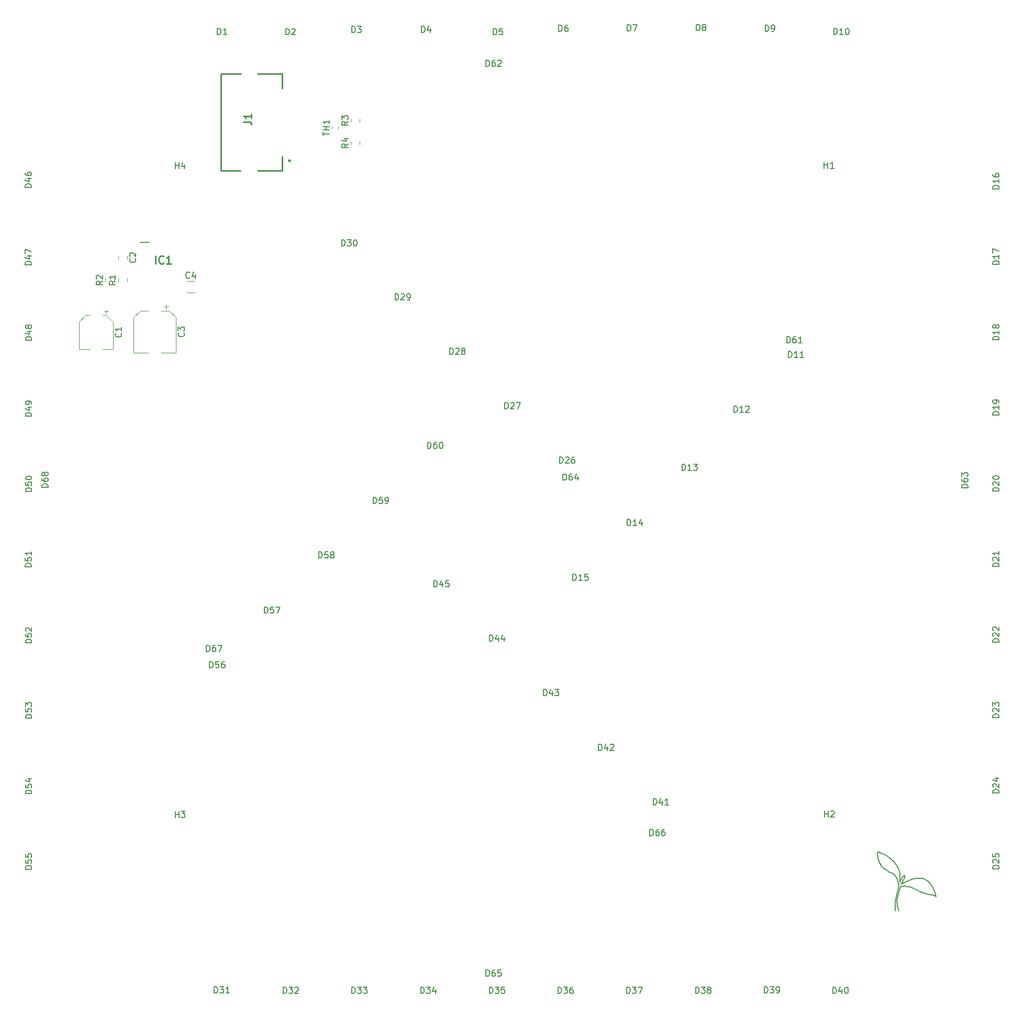
<source format=gbr>
G04 #@! TF.GenerationSoftware,KiCad,Pcbnew,(5.1.2)-2*
G04 #@! TF.CreationDate,2020-02-04T22:48:58+01:00*
G04 #@! TF.ProjectId,LED_Driver_ISSI_ALU_IS31LT3117,4c45445f-4472-4697-9665-725f49535349,rev?*
G04 #@! TF.SameCoordinates,Original*
G04 #@! TF.FileFunction,Legend,Top*
G04 #@! TF.FilePolarity,Positive*
%FSLAX46Y46*%
G04 Gerber Fmt 4.6, Leading zero omitted, Abs format (unit mm)*
G04 Created by KiCad (PCBNEW (5.1.2)-2) date 2020-02-04 22:48:58*
%MOMM*%
%LPD*%
G04 APERTURE LIST*
%ADD10C,0.200000*%
%ADD11C,0.254000*%
%ADD12C,0.120000*%
%ADD13C,0.150000*%
G04 APERTURE END LIST*
D10*
X199341444Y-161016216D02*
X199541444Y-160216216D01*
X196309503Y-154116737D02*
X196341445Y-153616216D01*
X199207390Y-157524906D02*
X198859830Y-157223469D01*
X196614124Y-155377167D02*
X196374142Y-154728648D01*
X198859830Y-157223469D02*
X198151453Y-156899424D01*
X199707337Y-158738568D02*
X199547202Y-158099487D01*
X199207390Y-161698432D02*
X199341444Y-161016216D01*
X199141444Y-162616216D02*
X199141444Y-162216216D01*
X197081351Y-156153367D02*
X196614124Y-155377167D01*
X199141444Y-162216216D02*
X199207390Y-161698432D01*
X199207390Y-163207122D02*
X199141444Y-162616216D01*
X196374142Y-154728648D02*
X196309503Y-154116737D01*
X197741444Y-156616216D02*
X197081351Y-156153367D01*
X198151453Y-156899424D02*
X197741444Y-156616216D01*
X199547202Y-158099487D02*
X199207390Y-157524906D01*
X199541444Y-160216216D02*
X199698488Y-159579188D01*
X199698488Y-159579188D02*
X199760429Y-159167727D01*
X196341445Y-153616216D02*
X196504311Y-153733049D01*
X199760429Y-159167727D02*
X199707337Y-158738568D01*
X199746418Y-156517585D02*
X199898942Y-157096393D01*
X200141444Y-158016216D02*
X200444617Y-157683503D01*
X202413129Y-159714093D02*
X201741444Y-159416216D01*
X205504579Y-160709644D02*
X205141444Y-160616216D01*
X199941444Y-157816216D02*
X199920380Y-158361339D01*
X205612146Y-160222939D02*
X205743278Y-160907590D01*
X203222378Y-160115807D02*
X202413129Y-159714093D01*
X204587623Y-160532075D02*
X203976320Y-160398171D01*
X204803309Y-158772304D02*
X205341444Y-159616216D01*
X203774592Y-158070164D02*
X204374677Y-158376329D01*
X200655243Y-157448097D02*
X200741444Y-157616216D01*
X196805447Y-153866476D02*
X197165247Y-153967701D01*
X198941444Y-155216216D02*
X199355331Y-155765267D01*
X198268111Y-154616904D02*
X198941444Y-155216216D01*
X200141444Y-158816216D02*
X200127091Y-158878041D01*
X205141444Y-160616216D02*
X204587623Y-160532075D01*
X205341444Y-159616216D02*
X205612146Y-160222939D01*
X203450715Y-157952935D02*
X203774592Y-158070164D01*
X199920380Y-158361339D02*
X199914328Y-158409753D01*
X202783942Y-157913043D02*
X203450715Y-157952935D01*
X200127091Y-158878041D02*
X200826538Y-158519285D01*
X204374677Y-158376329D02*
X204803309Y-158772304D01*
X199355331Y-155765267D02*
X199746418Y-156517585D01*
X200549930Y-158222354D02*
X200141444Y-158816216D01*
X199984058Y-158361339D02*
X200141444Y-158016216D01*
X199914328Y-158409753D02*
X199914328Y-158517948D01*
X196504311Y-153733049D02*
X196805447Y-153866476D01*
X199914328Y-158517948D02*
X199984058Y-158361339D01*
X197845737Y-154307946D02*
X198268111Y-154616904D01*
X197165247Y-153967701D02*
X197845737Y-154307946D01*
X205743278Y-160907590D02*
X205504579Y-160709644D01*
X200741444Y-157616216D02*
X200549930Y-158222354D01*
X199898942Y-157096393D02*
X199941444Y-157816216D01*
X201741444Y-159416216D02*
X201161412Y-159257071D01*
X203976320Y-160398171D02*
X203222378Y-160115807D01*
X200444617Y-157683503D02*
X200655243Y-157448097D01*
X200826538Y-158519285D02*
X202060181Y-158015169D01*
X202060181Y-158015169D02*
X202783942Y-157913043D01*
X199803846Y-159850063D02*
X200024864Y-159318374D01*
X199634347Y-160503132D02*
X199803846Y-159850063D01*
X199504321Y-161156201D02*
X199634347Y-160503132D01*
X199454877Y-161639771D02*
X199504321Y-161156201D01*
X199484789Y-162252958D02*
X199454877Y-161639771D01*
X199584494Y-162741513D02*
X199484789Y-162252958D01*
X199741444Y-163216216D02*
X199584494Y-162741513D01*
X200614150Y-159225050D02*
X200195809Y-159286180D01*
X201161412Y-159257071D02*
X200614150Y-159225050D01*
X200195809Y-159286180D02*
X200024864Y-159318374D01*
D11*
X90150000Y-43500000D02*
X90150000Y-27850000D01*
X90150000Y-27850000D02*
X93342000Y-27850000D01*
X90150000Y-43500000D02*
X93232330Y-43500000D01*
X100060000Y-27850000D02*
X96017670Y-27850000D01*
X100060000Y-43500000D02*
X96017670Y-43500000D01*
X100060000Y-43500000D02*
X100060000Y-41172670D01*
X100060000Y-27850000D02*
X100060000Y-30190000D01*
X101355520Y-41862000D02*
G75*
G03X101355520Y-41862000I-135520J0D01*
G01*
D12*
X108090000Y-36675279D02*
X108090000Y-36349721D01*
X109110000Y-36675279D02*
X109110000Y-36349721D01*
X74960000Y-57278922D02*
X74960000Y-57796078D01*
X73540000Y-57278922D02*
X73540000Y-57796078D01*
X75990000Y-72960000D02*
X78340000Y-72960000D01*
X82810000Y-72960000D02*
X80460000Y-72960000D01*
X82810000Y-67204437D02*
X82810000Y-72960000D01*
X75990000Y-67204437D02*
X75990000Y-72960000D01*
X77054437Y-66140000D02*
X78340000Y-66140000D01*
X81745563Y-66140000D02*
X80460000Y-66140000D01*
X81745563Y-66140000D02*
X82810000Y-67204437D01*
X77054437Y-66140000D02*
X75990000Y-67204437D01*
X81247500Y-65112500D02*
X81247500Y-65900000D01*
X81641250Y-65506250D02*
X80853750Y-65506250D01*
X84647936Y-61340000D02*
X85852064Y-61340000D01*
X84647936Y-63160000D02*
X85852064Y-63160000D01*
D10*
X77075000Y-55100000D02*
X78550000Y-55100000D01*
D12*
X112560000Y-35621078D02*
X112560000Y-35103922D01*
X111140000Y-35621078D02*
X111140000Y-35103922D01*
X74960000Y-61446078D02*
X74960000Y-60928922D01*
X73540000Y-61446078D02*
X73540000Y-60928922D01*
X71440000Y-61446078D02*
X71440000Y-60928922D01*
X72860000Y-61446078D02*
X72860000Y-60928922D01*
X111140000Y-39246078D02*
X111140000Y-38728922D01*
X112560000Y-39246078D02*
X112560000Y-38728922D01*
X67140000Y-72360000D02*
X68840000Y-72360000D01*
X72660000Y-72360000D02*
X70960000Y-72360000D01*
X72660000Y-67904437D02*
X72660000Y-72360000D01*
X67140000Y-67904437D02*
X67140000Y-72360000D01*
X68204437Y-66840000D02*
X68840000Y-66840000D01*
X71595563Y-66840000D02*
X70960000Y-66840000D01*
X71595563Y-66840000D02*
X72660000Y-67904437D01*
X68204437Y-66840000D02*
X67140000Y-67904437D01*
X71585000Y-65975000D02*
X71585000Y-66600000D01*
X71897500Y-66287500D02*
X71272500Y-66287500D01*
D11*
X93788193Y-35571003D02*
X94695336Y-35571003D01*
X94876765Y-35631479D01*
X94997717Y-35752431D01*
X95058193Y-35933860D01*
X95058193Y-36054812D01*
X95058193Y-34301003D02*
X95058193Y-35026717D01*
X95058193Y-34663860D02*
X93788193Y-34663860D01*
X93969622Y-34784812D01*
X94090574Y-34905765D01*
X94151050Y-35026717D01*
D13*
X106622380Y-37798214D02*
X106622380Y-37226785D01*
X107622380Y-37512500D02*
X106622380Y-37512500D01*
X107622380Y-36893452D02*
X106622380Y-36893452D01*
X107098571Y-36893452D02*
X107098571Y-36322023D01*
X107622380Y-36322023D02*
X106622380Y-36322023D01*
X107622380Y-35322023D02*
X107622380Y-35893452D01*
X107622380Y-35607738D02*
X106622380Y-35607738D01*
X106765238Y-35702976D01*
X106860476Y-35798214D01*
X106908095Y-35893452D01*
X134151904Y-21492380D02*
X134151904Y-20492380D01*
X134390000Y-20492380D01*
X134532857Y-20540000D01*
X134628095Y-20635238D01*
X134675714Y-20730476D01*
X134723333Y-20920952D01*
X134723333Y-21063809D01*
X134675714Y-21254285D01*
X134628095Y-21349523D01*
X134532857Y-21444761D01*
X134390000Y-21492380D01*
X134151904Y-21492380D01*
X135628095Y-20492380D02*
X135151904Y-20492380D01*
X135104285Y-20968571D01*
X135151904Y-20920952D01*
X135247142Y-20873333D01*
X135485238Y-20873333D01*
X135580476Y-20920952D01*
X135628095Y-20968571D01*
X135675714Y-21063809D01*
X135675714Y-21301904D01*
X135628095Y-21397142D01*
X135580476Y-21444761D01*
X135485238Y-21492380D01*
X135247142Y-21492380D01*
X135151904Y-21444761D01*
X135104285Y-21397142D01*
X189225714Y-21442380D02*
X189225714Y-20442380D01*
X189463809Y-20442380D01*
X189606666Y-20490000D01*
X189701904Y-20585238D01*
X189749523Y-20680476D01*
X189797142Y-20870952D01*
X189797142Y-21013809D01*
X189749523Y-21204285D01*
X189701904Y-21299523D01*
X189606666Y-21394761D01*
X189463809Y-21442380D01*
X189225714Y-21442380D01*
X190749523Y-21442380D02*
X190178095Y-21442380D01*
X190463809Y-21442380D02*
X190463809Y-20442380D01*
X190368571Y-20585238D01*
X190273333Y-20680476D01*
X190178095Y-20728095D01*
X191368571Y-20442380D02*
X191463809Y-20442380D01*
X191559047Y-20490000D01*
X191606666Y-20537619D01*
X191654285Y-20632857D01*
X191701904Y-20823333D01*
X191701904Y-21061428D01*
X191654285Y-21251904D01*
X191606666Y-21347142D01*
X191559047Y-21394761D01*
X191463809Y-21442380D01*
X191368571Y-21442380D01*
X191273333Y-21394761D01*
X191225714Y-21347142D01*
X191178095Y-21251904D01*
X191130476Y-21061428D01*
X191130476Y-20823333D01*
X191178095Y-20632857D01*
X191225714Y-20537619D01*
X191273333Y-20490000D01*
X191368571Y-20442380D01*
X155851904Y-20882380D02*
X155851904Y-19882380D01*
X156090000Y-19882380D01*
X156232857Y-19930000D01*
X156328095Y-20025238D01*
X156375714Y-20120476D01*
X156423333Y-20310952D01*
X156423333Y-20453809D01*
X156375714Y-20644285D01*
X156328095Y-20739523D01*
X156232857Y-20834761D01*
X156090000Y-20882380D01*
X155851904Y-20882380D01*
X156756666Y-19882380D02*
X157423333Y-19882380D01*
X156994761Y-20882380D01*
X178151904Y-20922380D02*
X178151904Y-19922380D01*
X178390000Y-19922380D01*
X178532857Y-19970000D01*
X178628095Y-20065238D01*
X178675714Y-20160476D01*
X178723333Y-20350952D01*
X178723333Y-20493809D01*
X178675714Y-20684285D01*
X178628095Y-20779523D01*
X178532857Y-20874761D01*
X178390000Y-20922380D01*
X178151904Y-20922380D01*
X179199523Y-20922380D02*
X179390000Y-20922380D01*
X179485238Y-20874761D01*
X179532857Y-20827142D01*
X179628095Y-20684285D01*
X179675714Y-20493809D01*
X179675714Y-20112857D01*
X179628095Y-20017619D01*
X179580476Y-19970000D01*
X179485238Y-19922380D01*
X179294761Y-19922380D01*
X179199523Y-19970000D01*
X179151904Y-20017619D01*
X179104285Y-20112857D01*
X179104285Y-20350952D01*
X179151904Y-20446190D01*
X179199523Y-20493809D01*
X179294761Y-20541428D01*
X179485238Y-20541428D01*
X179580476Y-20493809D01*
X179628095Y-20446190D01*
X179675714Y-20350952D01*
X144751904Y-20942380D02*
X144751904Y-19942380D01*
X144990000Y-19942380D01*
X145132857Y-19990000D01*
X145228095Y-20085238D01*
X145275714Y-20180476D01*
X145323333Y-20370952D01*
X145323333Y-20513809D01*
X145275714Y-20704285D01*
X145228095Y-20799523D01*
X145132857Y-20894761D01*
X144990000Y-20942380D01*
X144751904Y-20942380D01*
X146180476Y-19942380D02*
X145990000Y-19942380D01*
X145894761Y-19990000D01*
X145847142Y-20037619D01*
X145751904Y-20180476D01*
X145704285Y-20370952D01*
X145704285Y-20751904D01*
X145751904Y-20847142D01*
X145799523Y-20894761D01*
X145894761Y-20942380D01*
X146085238Y-20942380D01*
X146180476Y-20894761D01*
X146228095Y-20847142D01*
X146275714Y-20751904D01*
X146275714Y-20513809D01*
X146228095Y-20418571D01*
X146180476Y-20370952D01*
X146085238Y-20323333D01*
X145894761Y-20323333D01*
X145799523Y-20370952D01*
X145751904Y-20418571D01*
X145704285Y-20513809D01*
X111281904Y-21142380D02*
X111281904Y-20142380D01*
X111520000Y-20142380D01*
X111662857Y-20190000D01*
X111758095Y-20285238D01*
X111805714Y-20380476D01*
X111853333Y-20570952D01*
X111853333Y-20713809D01*
X111805714Y-20904285D01*
X111758095Y-20999523D01*
X111662857Y-21094761D01*
X111520000Y-21142380D01*
X111281904Y-21142380D01*
X112186666Y-20142380D02*
X112805714Y-20142380D01*
X112472380Y-20523333D01*
X112615238Y-20523333D01*
X112710476Y-20570952D01*
X112758095Y-20618571D01*
X112805714Y-20713809D01*
X112805714Y-20951904D01*
X112758095Y-21047142D01*
X112710476Y-21094761D01*
X112615238Y-21142380D01*
X112329523Y-21142380D01*
X112234285Y-21094761D01*
X112186666Y-21047142D01*
X122561904Y-21092380D02*
X122561904Y-20092380D01*
X122800000Y-20092380D01*
X122942857Y-20140000D01*
X123038095Y-20235238D01*
X123085714Y-20330476D01*
X123133333Y-20520952D01*
X123133333Y-20663809D01*
X123085714Y-20854285D01*
X123038095Y-20949523D01*
X122942857Y-21044761D01*
X122800000Y-21092380D01*
X122561904Y-21092380D01*
X123990476Y-20425714D02*
X123990476Y-21092380D01*
X123752380Y-20044761D02*
X123514285Y-20759047D01*
X124133333Y-20759047D01*
X167001904Y-20822380D02*
X167001904Y-19822380D01*
X167240000Y-19822380D01*
X167382857Y-19870000D01*
X167478095Y-19965238D01*
X167525714Y-20060476D01*
X167573333Y-20250952D01*
X167573333Y-20393809D01*
X167525714Y-20584285D01*
X167478095Y-20679523D01*
X167382857Y-20774761D01*
X167240000Y-20822380D01*
X167001904Y-20822380D01*
X168144761Y-20250952D02*
X168049523Y-20203333D01*
X168001904Y-20155714D01*
X167954285Y-20060476D01*
X167954285Y-20012857D01*
X168001904Y-19917619D01*
X168049523Y-19870000D01*
X168144761Y-19822380D01*
X168335238Y-19822380D01*
X168430476Y-19870000D01*
X168478095Y-19917619D01*
X168525714Y-20012857D01*
X168525714Y-20060476D01*
X168478095Y-20155714D01*
X168430476Y-20203333D01*
X168335238Y-20250952D01*
X168144761Y-20250952D01*
X168049523Y-20298571D01*
X168001904Y-20346190D01*
X167954285Y-20441428D01*
X167954285Y-20631904D01*
X168001904Y-20727142D01*
X168049523Y-20774761D01*
X168144761Y-20822380D01*
X168335238Y-20822380D01*
X168430476Y-20774761D01*
X168478095Y-20727142D01*
X168525714Y-20631904D01*
X168525714Y-20441428D01*
X168478095Y-20346190D01*
X168430476Y-20298571D01*
X168335238Y-20250952D01*
X181885714Y-73702380D02*
X181885714Y-72702380D01*
X182123809Y-72702380D01*
X182266666Y-72750000D01*
X182361904Y-72845238D01*
X182409523Y-72940476D01*
X182457142Y-73130952D01*
X182457142Y-73273809D01*
X182409523Y-73464285D01*
X182361904Y-73559523D01*
X182266666Y-73654761D01*
X182123809Y-73702380D01*
X181885714Y-73702380D01*
X183409523Y-73702380D02*
X182838095Y-73702380D01*
X183123809Y-73702380D02*
X183123809Y-72702380D01*
X183028571Y-72845238D01*
X182933333Y-72940476D01*
X182838095Y-72988095D01*
X184361904Y-73702380D02*
X183790476Y-73702380D01*
X184076190Y-73702380D02*
X184076190Y-72702380D01*
X183980952Y-72845238D01*
X183885714Y-72940476D01*
X183790476Y-72988095D01*
X173085714Y-82552380D02*
X173085714Y-81552380D01*
X173323809Y-81552380D01*
X173466666Y-81600000D01*
X173561904Y-81695238D01*
X173609523Y-81790476D01*
X173657142Y-81980952D01*
X173657142Y-82123809D01*
X173609523Y-82314285D01*
X173561904Y-82409523D01*
X173466666Y-82504761D01*
X173323809Y-82552380D01*
X173085714Y-82552380D01*
X174609523Y-82552380D02*
X174038095Y-82552380D01*
X174323809Y-82552380D02*
X174323809Y-81552380D01*
X174228571Y-81695238D01*
X174133333Y-81790476D01*
X174038095Y-81838095D01*
X174990476Y-81647619D02*
X175038095Y-81600000D01*
X175133333Y-81552380D01*
X175371428Y-81552380D01*
X175466666Y-81600000D01*
X175514285Y-81647619D01*
X175561904Y-81742857D01*
X175561904Y-81838095D01*
X175514285Y-81980952D01*
X174942857Y-82552380D01*
X175561904Y-82552380D01*
X76257142Y-57704166D02*
X76304761Y-57751785D01*
X76352380Y-57894642D01*
X76352380Y-57989880D01*
X76304761Y-58132738D01*
X76209523Y-58227976D01*
X76114285Y-58275595D01*
X75923809Y-58323214D01*
X75780952Y-58323214D01*
X75590476Y-58275595D01*
X75495238Y-58227976D01*
X75400000Y-58132738D01*
X75352380Y-57989880D01*
X75352380Y-57894642D01*
X75400000Y-57751785D01*
X75447619Y-57704166D01*
X75447619Y-57323214D02*
X75400000Y-57275595D01*
X75352380Y-57180357D01*
X75352380Y-56942261D01*
X75400000Y-56847023D01*
X75447619Y-56799404D01*
X75542857Y-56751785D01*
X75638095Y-56751785D01*
X75780952Y-56799404D01*
X76352380Y-57370833D01*
X76352380Y-56751785D01*
X84107142Y-69716666D02*
X84154761Y-69764285D01*
X84202380Y-69907142D01*
X84202380Y-70002380D01*
X84154761Y-70145238D01*
X84059523Y-70240476D01*
X83964285Y-70288095D01*
X83773809Y-70335714D01*
X83630952Y-70335714D01*
X83440476Y-70288095D01*
X83345238Y-70240476D01*
X83250000Y-70145238D01*
X83202380Y-70002380D01*
X83202380Y-69907142D01*
X83250000Y-69764285D01*
X83297619Y-69716666D01*
X83202380Y-69383333D02*
X83202380Y-68764285D01*
X83583333Y-69097619D01*
X83583333Y-68954761D01*
X83630952Y-68859523D01*
X83678571Y-68811904D01*
X83773809Y-68764285D01*
X84011904Y-68764285D01*
X84107142Y-68811904D01*
X84154761Y-68859523D01*
X84202380Y-68954761D01*
X84202380Y-69240476D01*
X84154761Y-69335714D01*
X84107142Y-69383333D01*
X85083333Y-60787142D02*
X85035714Y-60834761D01*
X84892857Y-60882380D01*
X84797619Y-60882380D01*
X84654761Y-60834761D01*
X84559523Y-60739523D01*
X84511904Y-60644285D01*
X84464285Y-60453809D01*
X84464285Y-60310952D01*
X84511904Y-60120476D01*
X84559523Y-60025238D01*
X84654761Y-59930000D01*
X84797619Y-59882380D01*
X84892857Y-59882380D01*
X85035714Y-59930000D01*
X85083333Y-59977619D01*
X85940476Y-60215714D02*
X85940476Y-60882380D01*
X85702380Y-59834761D02*
X85464285Y-60549047D01*
X86083333Y-60549047D01*
X89561904Y-21452380D02*
X89561904Y-20452380D01*
X89800000Y-20452380D01*
X89942857Y-20500000D01*
X90038095Y-20595238D01*
X90085714Y-20690476D01*
X90133333Y-20880952D01*
X90133333Y-21023809D01*
X90085714Y-21214285D01*
X90038095Y-21309523D01*
X89942857Y-21404761D01*
X89800000Y-21452380D01*
X89561904Y-21452380D01*
X91085714Y-21452380D02*
X90514285Y-21452380D01*
X90800000Y-21452380D02*
X90800000Y-20452380D01*
X90704761Y-20595238D01*
X90609523Y-20690476D01*
X90514285Y-20738095D01*
X100611904Y-21502380D02*
X100611904Y-20502380D01*
X100850000Y-20502380D01*
X100992857Y-20550000D01*
X101088095Y-20645238D01*
X101135714Y-20740476D01*
X101183333Y-20930952D01*
X101183333Y-21073809D01*
X101135714Y-21264285D01*
X101088095Y-21359523D01*
X100992857Y-21454761D01*
X100850000Y-21502380D01*
X100611904Y-21502380D01*
X101564285Y-20597619D02*
X101611904Y-20550000D01*
X101707142Y-20502380D01*
X101945238Y-20502380D01*
X102040476Y-20550000D01*
X102088095Y-20597619D01*
X102135714Y-20692857D01*
X102135714Y-20788095D01*
X102088095Y-20930952D01*
X101516666Y-21502380D01*
X102135714Y-21502380D01*
X164685714Y-91952380D02*
X164685714Y-90952380D01*
X164923809Y-90952380D01*
X165066666Y-91000000D01*
X165161904Y-91095238D01*
X165209523Y-91190476D01*
X165257142Y-91380952D01*
X165257142Y-91523809D01*
X165209523Y-91714285D01*
X165161904Y-91809523D01*
X165066666Y-91904761D01*
X164923809Y-91952380D01*
X164685714Y-91952380D01*
X166209523Y-91952380D02*
X165638095Y-91952380D01*
X165923809Y-91952380D02*
X165923809Y-90952380D01*
X165828571Y-91095238D01*
X165733333Y-91190476D01*
X165638095Y-91238095D01*
X166542857Y-90952380D02*
X167161904Y-90952380D01*
X166828571Y-91333333D01*
X166971428Y-91333333D01*
X167066666Y-91380952D01*
X167114285Y-91428571D01*
X167161904Y-91523809D01*
X167161904Y-91761904D01*
X167114285Y-91857142D01*
X167066666Y-91904761D01*
X166971428Y-91952380D01*
X166685714Y-91952380D01*
X166590476Y-91904761D01*
X166542857Y-91857142D01*
X155835714Y-100902380D02*
X155835714Y-99902380D01*
X156073809Y-99902380D01*
X156216666Y-99950000D01*
X156311904Y-100045238D01*
X156359523Y-100140476D01*
X156407142Y-100330952D01*
X156407142Y-100473809D01*
X156359523Y-100664285D01*
X156311904Y-100759523D01*
X156216666Y-100854761D01*
X156073809Y-100902380D01*
X155835714Y-100902380D01*
X157359523Y-100902380D02*
X156788095Y-100902380D01*
X157073809Y-100902380D02*
X157073809Y-99902380D01*
X156978571Y-100045238D01*
X156883333Y-100140476D01*
X156788095Y-100188095D01*
X158216666Y-100235714D02*
X158216666Y-100902380D01*
X157978571Y-99854761D02*
X157740476Y-100569047D01*
X158359523Y-100569047D01*
X147035714Y-109752380D02*
X147035714Y-108752380D01*
X147273809Y-108752380D01*
X147416666Y-108800000D01*
X147511904Y-108895238D01*
X147559523Y-108990476D01*
X147607142Y-109180952D01*
X147607142Y-109323809D01*
X147559523Y-109514285D01*
X147511904Y-109609523D01*
X147416666Y-109704761D01*
X147273809Y-109752380D01*
X147035714Y-109752380D01*
X148559523Y-109752380D02*
X147988095Y-109752380D01*
X148273809Y-109752380D02*
X148273809Y-108752380D01*
X148178571Y-108895238D01*
X148083333Y-108990476D01*
X147988095Y-109038095D01*
X149464285Y-108752380D02*
X148988095Y-108752380D01*
X148940476Y-109228571D01*
X148988095Y-109180952D01*
X149083333Y-109133333D01*
X149321428Y-109133333D01*
X149416666Y-109180952D01*
X149464285Y-109228571D01*
X149511904Y-109323809D01*
X149511904Y-109561904D01*
X149464285Y-109657142D01*
X149416666Y-109704761D01*
X149321428Y-109752380D01*
X149083333Y-109752380D01*
X148988095Y-109704761D01*
X148940476Y-109657142D01*
X215952380Y-46414285D02*
X214952380Y-46414285D01*
X214952380Y-46176190D01*
X215000000Y-46033333D01*
X215095238Y-45938095D01*
X215190476Y-45890476D01*
X215380952Y-45842857D01*
X215523809Y-45842857D01*
X215714285Y-45890476D01*
X215809523Y-45938095D01*
X215904761Y-46033333D01*
X215952380Y-46176190D01*
X215952380Y-46414285D01*
X215952380Y-44890476D02*
X215952380Y-45461904D01*
X215952380Y-45176190D02*
X214952380Y-45176190D01*
X215095238Y-45271428D01*
X215190476Y-45366666D01*
X215238095Y-45461904D01*
X214952380Y-44033333D02*
X214952380Y-44223809D01*
X215000000Y-44319047D01*
X215047619Y-44366666D01*
X215190476Y-44461904D01*
X215380952Y-44509523D01*
X215761904Y-44509523D01*
X215857142Y-44461904D01*
X215904761Y-44414285D01*
X215952380Y-44319047D01*
X215952380Y-44128571D01*
X215904761Y-44033333D01*
X215857142Y-43985714D01*
X215761904Y-43938095D01*
X215523809Y-43938095D01*
X215428571Y-43985714D01*
X215380952Y-44033333D01*
X215333333Y-44128571D01*
X215333333Y-44319047D01*
X215380952Y-44414285D01*
X215428571Y-44461904D01*
X215523809Y-44509523D01*
X215952380Y-58614285D02*
X214952380Y-58614285D01*
X214952380Y-58376190D01*
X215000000Y-58233333D01*
X215095238Y-58138095D01*
X215190476Y-58090476D01*
X215380952Y-58042857D01*
X215523809Y-58042857D01*
X215714285Y-58090476D01*
X215809523Y-58138095D01*
X215904761Y-58233333D01*
X215952380Y-58376190D01*
X215952380Y-58614285D01*
X215952380Y-57090476D02*
X215952380Y-57661904D01*
X215952380Y-57376190D02*
X214952380Y-57376190D01*
X215095238Y-57471428D01*
X215190476Y-57566666D01*
X215238095Y-57661904D01*
X214952380Y-56757142D02*
X214952380Y-56090476D01*
X215952380Y-56519047D01*
X215952380Y-70864285D02*
X214952380Y-70864285D01*
X214952380Y-70626190D01*
X215000000Y-70483333D01*
X215095238Y-70388095D01*
X215190476Y-70340476D01*
X215380952Y-70292857D01*
X215523809Y-70292857D01*
X215714285Y-70340476D01*
X215809523Y-70388095D01*
X215904761Y-70483333D01*
X215952380Y-70626190D01*
X215952380Y-70864285D01*
X215952380Y-69340476D02*
X215952380Y-69911904D01*
X215952380Y-69626190D02*
X214952380Y-69626190D01*
X215095238Y-69721428D01*
X215190476Y-69816666D01*
X215238095Y-69911904D01*
X215380952Y-68769047D02*
X215333333Y-68864285D01*
X215285714Y-68911904D01*
X215190476Y-68959523D01*
X215142857Y-68959523D01*
X215047619Y-68911904D01*
X215000000Y-68864285D01*
X214952380Y-68769047D01*
X214952380Y-68578571D01*
X215000000Y-68483333D01*
X215047619Y-68435714D01*
X215142857Y-68388095D01*
X215190476Y-68388095D01*
X215285714Y-68435714D01*
X215333333Y-68483333D01*
X215380952Y-68578571D01*
X215380952Y-68769047D01*
X215428571Y-68864285D01*
X215476190Y-68911904D01*
X215571428Y-68959523D01*
X215761904Y-68959523D01*
X215857142Y-68911904D01*
X215904761Y-68864285D01*
X215952380Y-68769047D01*
X215952380Y-68578571D01*
X215904761Y-68483333D01*
X215857142Y-68435714D01*
X215761904Y-68388095D01*
X215571428Y-68388095D01*
X215476190Y-68435714D01*
X215428571Y-68483333D01*
X215380952Y-68578571D01*
X215952380Y-83014285D02*
X214952380Y-83014285D01*
X214952380Y-82776190D01*
X215000000Y-82633333D01*
X215095238Y-82538095D01*
X215190476Y-82490476D01*
X215380952Y-82442857D01*
X215523809Y-82442857D01*
X215714285Y-82490476D01*
X215809523Y-82538095D01*
X215904761Y-82633333D01*
X215952380Y-82776190D01*
X215952380Y-83014285D01*
X215952380Y-81490476D02*
X215952380Y-82061904D01*
X215952380Y-81776190D02*
X214952380Y-81776190D01*
X215095238Y-81871428D01*
X215190476Y-81966666D01*
X215238095Y-82061904D01*
X215952380Y-81014285D02*
X215952380Y-80823809D01*
X215904761Y-80728571D01*
X215857142Y-80680952D01*
X215714285Y-80585714D01*
X215523809Y-80538095D01*
X215142857Y-80538095D01*
X215047619Y-80585714D01*
X215000000Y-80633333D01*
X214952380Y-80728571D01*
X214952380Y-80919047D01*
X215000000Y-81014285D01*
X215047619Y-81061904D01*
X215142857Y-81109523D01*
X215380952Y-81109523D01*
X215476190Y-81061904D01*
X215523809Y-81014285D01*
X215571428Y-80919047D01*
X215571428Y-80728571D01*
X215523809Y-80633333D01*
X215476190Y-80585714D01*
X215380952Y-80538095D01*
X215952380Y-95314285D02*
X214952380Y-95314285D01*
X214952380Y-95076190D01*
X215000000Y-94933333D01*
X215095238Y-94838095D01*
X215190476Y-94790476D01*
X215380952Y-94742857D01*
X215523809Y-94742857D01*
X215714285Y-94790476D01*
X215809523Y-94838095D01*
X215904761Y-94933333D01*
X215952380Y-95076190D01*
X215952380Y-95314285D01*
X215047619Y-94361904D02*
X215000000Y-94314285D01*
X214952380Y-94219047D01*
X214952380Y-93980952D01*
X215000000Y-93885714D01*
X215047619Y-93838095D01*
X215142857Y-93790476D01*
X215238095Y-93790476D01*
X215380952Y-93838095D01*
X215952380Y-94409523D01*
X215952380Y-93790476D01*
X214952380Y-93171428D02*
X214952380Y-93076190D01*
X215000000Y-92980952D01*
X215047619Y-92933333D01*
X215142857Y-92885714D01*
X215333333Y-92838095D01*
X215571428Y-92838095D01*
X215761904Y-92885714D01*
X215857142Y-92933333D01*
X215904761Y-92980952D01*
X215952380Y-93076190D01*
X215952380Y-93171428D01*
X215904761Y-93266666D01*
X215857142Y-93314285D01*
X215761904Y-93361904D01*
X215571428Y-93409523D01*
X215333333Y-93409523D01*
X215142857Y-93361904D01*
X215047619Y-93314285D01*
X215000000Y-93266666D01*
X214952380Y-93171428D01*
X215952380Y-107514285D02*
X214952380Y-107514285D01*
X214952380Y-107276190D01*
X215000000Y-107133333D01*
X215095238Y-107038095D01*
X215190476Y-106990476D01*
X215380952Y-106942857D01*
X215523809Y-106942857D01*
X215714285Y-106990476D01*
X215809523Y-107038095D01*
X215904761Y-107133333D01*
X215952380Y-107276190D01*
X215952380Y-107514285D01*
X215047619Y-106561904D02*
X215000000Y-106514285D01*
X214952380Y-106419047D01*
X214952380Y-106180952D01*
X215000000Y-106085714D01*
X215047619Y-106038095D01*
X215142857Y-105990476D01*
X215238095Y-105990476D01*
X215380952Y-106038095D01*
X215952380Y-106609523D01*
X215952380Y-105990476D01*
X215952380Y-105038095D02*
X215952380Y-105609523D01*
X215952380Y-105323809D02*
X214952380Y-105323809D01*
X215095238Y-105419047D01*
X215190476Y-105514285D01*
X215238095Y-105609523D01*
X215952380Y-119764285D02*
X214952380Y-119764285D01*
X214952380Y-119526190D01*
X215000000Y-119383333D01*
X215095238Y-119288095D01*
X215190476Y-119240476D01*
X215380952Y-119192857D01*
X215523809Y-119192857D01*
X215714285Y-119240476D01*
X215809523Y-119288095D01*
X215904761Y-119383333D01*
X215952380Y-119526190D01*
X215952380Y-119764285D01*
X215047619Y-118811904D02*
X215000000Y-118764285D01*
X214952380Y-118669047D01*
X214952380Y-118430952D01*
X215000000Y-118335714D01*
X215047619Y-118288095D01*
X215142857Y-118240476D01*
X215238095Y-118240476D01*
X215380952Y-118288095D01*
X215952380Y-118859523D01*
X215952380Y-118240476D01*
X215047619Y-117859523D02*
X215000000Y-117811904D01*
X214952380Y-117716666D01*
X214952380Y-117478571D01*
X215000000Y-117383333D01*
X215047619Y-117335714D01*
X215142857Y-117288095D01*
X215238095Y-117288095D01*
X215380952Y-117335714D01*
X215952380Y-117907142D01*
X215952380Y-117288095D01*
X215952380Y-131964285D02*
X214952380Y-131964285D01*
X214952380Y-131726190D01*
X215000000Y-131583333D01*
X215095238Y-131488095D01*
X215190476Y-131440476D01*
X215380952Y-131392857D01*
X215523809Y-131392857D01*
X215714285Y-131440476D01*
X215809523Y-131488095D01*
X215904761Y-131583333D01*
X215952380Y-131726190D01*
X215952380Y-131964285D01*
X215047619Y-131011904D02*
X215000000Y-130964285D01*
X214952380Y-130869047D01*
X214952380Y-130630952D01*
X215000000Y-130535714D01*
X215047619Y-130488095D01*
X215142857Y-130440476D01*
X215238095Y-130440476D01*
X215380952Y-130488095D01*
X215952380Y-131059523D01*
X215952380Y-130440476D01*
X214952380Y-130107142D02*
X214952380Y-129488095D01*
X215333333Y-129821428D01*
X215333333Y-129678571D01*
X215380952Y-129583333D01*
X215428571Y-129535714D01*
X215523809Y-129488095D01*
X215761904Y-129488095D01*
X215857142Y-129535714D01*
X215904761Y-129583333D01*
X215952380Y-129678571D01*
X215952380Y-129964285D01*
X215904761Y-130059523D01*
X215857142Y-130107142D01*
X215952380Y-144164285D02*
X214952380Y-144164285D01*
X214952380Y-143926190D01*
X215000000Y-143783333D01*
X215095238Y-143688095D01*
X215190476Y-143640476D01*
X215380952Y-143592857D01*
X215523809Y-143592857D01*
X215714285Y-143640476D01*
X215809523Y-143688095D01*
X215904761Y-143783333D01*
X215952380Y-143926190D01*
X215952380Y-144164285D01*
X215047619Y-143211904D02*
X215000000Y-143164285D01*
X214952380Y-143069047D01*
X214952380Y-142830952D01*
X215000000Y-142735714D01*
X215047619Y-142688095D01*
X215142857Y-142640476D01*
X215238095Y-142640476D01*
X215380952Y-142688095D01*
X215952380Y-143259523D01*
X215952380Y-142640476D01*
X215285714Y-141783333D02*
X215952380Y-141783333D01*
X214904761Y-142021428D02*
X215619047Y-142259523D01*
X215619047Y-141640476D01*
X215952380Y-156414285D02*
X214952380Y-156414285D01*
X214952380Y-156176190D01*
X215000000Y-156033333D01*
X215095238Y-155938095D01*
X215190476Y-155890476D01*
X215380952Y-155842857D01*
X215523809Y-155842857D01*
X215714285Y-155890476D01*
X215809523Y-155938095D01*
X215904761Y-156033333D01*
X215952380Y-156176190D01*
X215952380Y-156414285D01*
X215047619Y-155461904D02*
X215000000Y-155414285D01*
X214952380Y-155319047D01*
X214952380Y-155080952D01*
X215000000Y-154985714D01*
X215047619Y-154938095D01*
X215142857Y-154890476D01*
X215238095Y-154890476D01*
X215380952Y-154938095D01*
X215952380Y-155509523D01*
X215952380Y-154890476D01*
X214952380Y-153985714D02*
X214952380Y-154461904D01*
X215428571Y-154509523D01*
X215380952Y-154461904D01*
X215333333Y-154366666D01*
X215333333Y-154128571D01*
X215380952Y-154033333D01*
X215428571Y-153985714D01*
X215523809Y-153938095D01*
X215761904Y-153938095D01*
X215857142Y-153985714D01*
X215904761Y-154033333D01*
X215952380Y-154128571D01*
X215952380Y-154366666D01*
X215904761Y-154461904D01*
X215857142Y-154509523D01*
X144885714Y-90802380D02*
X144885714Y-89802380D01*
X145123809Y-89802380D01*
X145266666Y-89850000D01*
X145361904Y-89945238D01*
X145409523Y-90040476D01*
X145457142Y-90230952D01*
X145457142Y-90373809D01*
X145409523Y-90564285D01*
X145361904Y-90659523D01*
X145266666Y-90754761D01*
X145123809Y-90802380D01*
X144885714Y-90802380D01*
X145838095Y-89897619D02*
X145885714Y-89850000D01*
X145980952Y-89802380D01*
X146219047Y-89802380D01*
X146314285Y-89850000D01*
X146361904Y-89897619D01*
X146409523Y-89992857D01*
X146409523Y-90088095D01*
X146361904Y-90230952D01*
X145790476Y-90802380D01*
X146409523Y-90802380D01*
X147266666Y-89802380D02*
X147076190Y-89802380D01*
X146980952Y-89850000D01*
X146933333Y-89897619D01*
X146838095Y-90040476D01*
X146790476Y-90230952D01*
X146790476Y-90611904D01*
X146838095Y-90707142D01*
X146885714Y-90754761D01*
X146980952Y-90802380D01*
X147171428Y-90802380D01*
X147266666Y-90754761D01*
X147314285Y-90707142D01*
X147361904Y-90611904D01*
X147361904Y-90373809D01*
X147314285Y-90278571D01*
X147266666Y-90230952D01*
X147171428Y-90183333D01*
X146980952Y-90183333D01*
X146885714Y-90230952D01*
X146838095Y-90278571D01*
X146790476Y-90373809D01*
X136035714Y-82002380D02*
X136035714Y-81002380D01*
X136273809Y-81002380D01*
X136416666Y-81050000D01*
X136511904Y-81145238D01*
X136559523Y-81240476D01*
X136607142Y-81430952D01*
X136607142Y-81573809D01*
X136559523Y-81764285D01*
X136511904Y-81859523D01*
X136416666Y-81954761D01*
X136273809Y-82002380D01*
X136035714Y-82002380D01*
X136988095Y-81097619D02*
X137035714Y-81050000D01*
X137130952Y-81002380D01*
X137369047Y-81002380D01*
X137464285Y-81050000D01*
X137511904Y-81097619D01*
X137559523Y-81192857D01*
X137559523Y-81288095D01*
X137511904Y-81430952D01*
X136940476Y-82002380D01*
X137559523Y-82002380D01*
X137892857Y-81002380D02*
X138559523Y-81002380D01*
X138130952Y-82002380D01*
X127135714Y-73202380D02*
X127135714Y-72202380D01*
X127373809Y-72202380D01*
X127516666Y-72250000D01*
X127611904Y-72345238D01*
X127659523Y-72440476D01*
X127707142Y-72630952D01*
X127707142Y-72773809D01*
X127659523Y-72964285D01*
X127611904Y-73059523D01*
X127516666Y-73154761D01*
X127373809Y-73202380D01*
X127135714Y-73202380D01*
X128088095Y-72297619D02*
X128135714Y-72250000D01*
X128230952Y-72202380D01*
X128469047Y-72202380D01*
X128564285Y-72250000D01*
X128611904Y-72297619D01*
X128659523Y-72392857D01*
X128659523Y-72488095D01*
X128611904Y-72630952D01*
X128040476Y-73202380D01*
X128659523Y-73202380D01*
X129230952Y-72630952D02*
X129135714Y-72583333D01*
X129088095Y-72535714D01*
X129040476Y-72440476D01*
X129040476Y-72392857D01*
X129088095Y-72297619D01*
X129135714Y-72250000D01*
X129230952Y-72202380D01*
X129421428Y-72202380D01*
X129516666Y-72250000D01*
X129564285Y-72297619D01*
X129611904Y-72392857D01*
X129611904Y-72440476D01*
X129564285Y-72535714D01*
X129516666Y-72583333D01*
X129421428Y-72630952D01*
X129230952Y-72630952D01*
X129135714Y-72678571D01*
X129088095Y-72726190D01*
X129040476Y-72821428D01*
X129040476Y-73011904D01*
X129088095Y-73107142D01*
X129135714Y-73154761D01*
X129230952Y-73202380D01*
X129421428Y-73202380D01*
X129516666Y-73154761D01*
X129564285Y-73107142D01*
X129611904Y-73011904D01*
X129611904Y-72821428D01*
X129564285Y-72726190D01*
X129516666Y-72678571D01*
X129421428Y-72630952D01*
X118285714Y-64402380D02*
X118285714Y-63402380D01*
X118523809Y-63402380D01*
X118666666Y-63450000D01*
X118761904Y-63545238D01*
X118809523Y-63640476D01*
X118857142Y-63830952D01*
X118857142Y-63973809D01*
X118809523Y-64164285D01*
X118761904Y-64259523D01*
X118666666Y-64354761D01*
X118523809Y-64402380D01*
X118285714Y-64402380D01*
X119238095Y-63497619D02*
X119285714Y-63450000D01*
X119380952Y-63402380D01*
X119619047Y-63402380D01*
X119714285Y-63450000D01*
X119761904Y-63497619D01*
X119809523Y-63592857D01*
X119809523Y-63688095D01*
X119761904Y-63830952D01*
X119190476Y-64402380D01*
X119809523Y-64402380D01*
X120285714Y-64402380D02*
X120476190Y-64402380D01*
X120571428Y-64354761D01*
X120619047Y-64307142D01*
X120714285Y-64164285D01*
X120761904Y-63973809D01*
X120761904Y-63592857D01*
X120714285Y-63497619D01*
X120666666Y-63450000D01*
X120571428Y-63402380D01*
X120380952Y-63402380D01*
X120285714Y-63450000D01*
X120238095Y-63497619D01*
X120190476Y-63592857D01*
X120190476Y-63830952D01*
X120238095Y-63926190D01*
X120285714Y-63973809D01*
X120380952Y-64021428D01*
X120571428Y-64021428D01*
X120666666Y-63973809D01*
X120714285Y-63926190D01*
X120761904Y-63830952D01*
X109635714Y-55652380D02*
X109635714Y-54652380D01*
X109873809Y-54652380D01*
X110016666Y-54700000D01*
X110111904Y-54795238D01*
X110159523Y-54890476D01*
X110207142Y-55080952D01*
X110207142Y-55223809D01*
X110159523Y-55414285D01*
X110111904Y-55509523D01*
X110016666Y-55604761D01*
X109873809Y-55652380D01*
X109635714Y-55652380D01*
X110540476Y-54652380D02*
X111159523Y-54652380D01*
X110826190Y-55033333D01*
X110969047Y-55033333D01*
X111064285Y-55080952D01*
X111111904Y-55128571D01*
X111159523Y-55223809D01*
X111159523Y-55461904D01*
X111111904Y-55557142D01*
X111064285Y-55604761D01*
X110969047Y-55652380D01*
X110683333Y-55652380D01*
X110588095Y-55604761D01*
X110540476Y-55557142D01*
X111778571Y-54652380D02*
X111873809Y-54652380D01*
X111969047Y-54700000D01*
X112016666Y-54747619D01*
X112064285Y-54842857D01*
X112111904Y-55033333D01*
X112111904Y-55271428D01*
X112064285Y-55461904D01*
X112016666Y-55557142D01*
X111969047Y-55604761D01*
X111873809Y-55652380D01*
X111778571Y-55652380D01*
X111683333Y-55604761D01*
X111635714Y-55557142D01*
X111588095Y-55461904D01*
X111540476Y-55271428D01*
X111540476Y-55033333D01*
X111588095Y-54842857D01*
X111635714Y-54747619D01*
X111683333Y-54700000D01*
X111778571Y-54652380D01*
X89035714Y-176502380D02*
X89035714Y-175502380D01*
X89273809Y-175502380D01*
X89416666Y-175550000D01*
X89511904Y-175645238D01*
X89559523Y-175740476D01*
X89607142Y-175930952D01*
X89607142Y-176073809D01*
X89559523Y-176264285D01*
X89511904Y-176359523D01*
X89416666Y-176454761D01*
X89273809Y-176502380D01*
X89035714Y-176502380D01*
X89940476Y-175502380D02*
X90559523Y-175502380D01*
X90226190Y-175883333D01*
X90369047Y-175883333D01*
X90464285Y-175930952D01*
X90511904Y-175978571D01*
X90559523Y-176073809D01*
X90559523Y-176311904D01*
X90511904Y-176407142D01*
X90464285Y-176454761D01*
X90369047Y-176502380D01*
X90083333Y-176502380D01*
X89988095Y-176454761D01*
X89940476Y-176407142D01*
X91511904Y-176502380D02*
X90940476Y-176502380D01*
X91226190Y-176502380D02*
X91226190Y-175502380D01*
X91130952Y-175645238D01*
X91035714Y-175740476D01*
X90940476Y-175788095D01*
X100185714Y-176552380D02*
X100185714Y-175552380D01*
X100423809Y-175552380D01*
X100566666Y-175600000D01*
X100661904Y-175695238D01*
X100709523Y-175790476D01*
X100757142Y-175980952D01*
X100757142Y-176123809D01*
X100709523Y-176314285D01*
X100661904Y-176409523D01*
X100566666Y-176504761D01*
X100423809Y-176552380D01*
X100185714Y-176552380D01*
X101090476Y-175552380D02*
X101709523Y-175552380D01*
X101376190Y-175933333D01*
X101519047Y-175933333D01*
X101614285Y-175980952D01*
X101661904Y-176028571D01*
X101709523Y-176123809D01*
X101709523Y-176361904D01*
X101661904Y-176457142D01*
X101614285Y-176504761D01*
X101519047Y-176552380D01*
X101233333Y-176552380D01*
X101138095Y-176504761D01*
X101090476Y-176457142D01*
X102090476Y-175647619D02*
X102138095Y-175600000D01*
X102233333Y-175552380D01*
X102471428Y-175552380D01*
X102566666Y-175600000D01*
X102614285Y-175647619D01*
X102661904Y-175742857D01*
X102661904Y-175838095D01*
X102614285Y-175980952D01*
X102042857Y-176552380D01*
X102661904Y-176552380D01*
X111285714Y-176552380D02*
X111285714Y-175552380D01*
X111523809Y-175552380D01*
X111666666Y-175600000D01*
X111761904Y-175695238D01*
X111809523Y-175790476D01*
X111857142Y-175980952D01*
X111857142Y-176123809D01*
X111809523Y-176314285D01*
X111761904Y-176409523D01*
X111666666Y-176504761D01*
X111523809Y-176552380D01*
X111285714Y-176552380D01*
X112190476Y-175552380D02*
X112809523Y-175552380D01*
X112476190Y-175933333D01*
X112619047Y-175933333D01*
X112714285Y-175980952D01*
X112761904Y-176028571D01*
X112809523Y-176123809D01*
X112809523Y-176361904D01*
X112761904Y-176457142D01*
X112714285Y-176504761D01*
X112619047Y-176552380D01*
X112333333Y-176552380D01*
X112238095Y-176504761D01*
X112190476Y-176457142D01*
X113142857Y-175552380D02*
X113761904Y-175552380D01*
X113428571Y-175933333D01*
X113571428Y-175933333D01*
X113666666Y-175980952D01*
X113714285Y-176028571D01*
X113761904Y-176123809D01*
X113761904Y-176361904D01*
X113714285Y-176457142D01*
X113666666Y-176504761D01*
X113571428Y-176552380D01*
X113285714Y-176552380D01*
X113190476Y-176504761D01*
X113142857Y-176457142D01*
X122435714Y-176552380D02*
X122435714Y-175552380D01*
X122673809Y-175552380D01*
X122816666Y-175600000D01*
X122911904Y-175695238D01*
X122959523Y-175790476D01*
X123007142Y-175980952D01*
X123007142Y-176123809D01*
X122959523Y-176314285D01*
X122911904Y-176409523D01*
X122816666Y-176504761D01*
X122673809Y-176552380D01*
X122435714Y-176552380D01*
X123340476Y-175552380D02*
X123959523Y-175552380D01*
X123626190Y-175933333D01*
X123769047Y-175933333D01*
X123864285Y-175980952D01*
X123911904Y-176028571D01*
X123959523Y-176123809D01*
X123959523Y-176361904D01*
X123911904Y-176457142D01*
X123864285Y-176504761D01*
X123769047Y-176552380D01*
X123483333Y-176552380D01*
X123388095Y-176504761D01*
X123340476Y-176457142D01*
X124816666Y-175885714D02*
X124816666Y-176552380D01*
X124578571Y-175504761D02*
X124340476Y-176219047D01*
X124959523Y-176219047D01*
X133535714Y-176552380D02*
X133535714Y-175552380D01*
X133773809Y-175552380D01*
X133916666Y-175600000D01*
X134011904Y-175695238D01*
X134059523Y-175790476D01*
X134107142Y-175980952D01*
X134107142Y-176123809D01*
X134059523Y-176314285D01*
X134011904Y-176409523D01*
X133916666Y-176504761D01*
X133773809Y-176552380D01*
X133535714Y-176552380D01*
X134440476Y-175552380D02*
X135059523Y-175552380D01*
X134726190Y-175933333D01*
X134869047Y-175933333D01*
X134964285Y-175980952D01*
X135011904Y-176028571D01*
X135059523Y-176123809D01*
X135059523Y-176361904D01*
X135011904Y-176457142D01*
X134964285Y-176504761D01*
X134869047Y-176552380D01*
X134583333Y-176552380D01*
X134488095Y-176504761D01*
X134440476Y-176457142D01*
X135964285Y-175552380D02*
X135488095Y-175552380D01*
X135440476Y-176028571D01*
X135488095Y-175980952D01*
X135583333Y-175933333D01*
X135821428Y-175933333D01*
X135916666Y-175980952D01*
X135964285Y-176028571D01*
X136011904Y-176123809D01*
X136011904Y-176361904D01*
X135964285Y-176457142D01*
X135916666Y-176504761D01*
X135821428Y-176552380D01*
X135583333Y-176552380D01*
X135488095Y-176504761D01*
X135440476Y-176457142D01*
X144635714Y-176552380D02*
X144635714Y-175552380D01*
X144873809Y-175552380D01*
X145016666Y-175600000D01*
X145111904Y-175695238D01*
X145159523Y-175790476D01*
X145207142Y-175980952D01*
X145207142Y-176123809D01*
X145159523Y-176314285D01*
X145111904Y-176409523D01*
X145016666Y-176504761D01*
X144873809Y-176552380D01*
X144635714Y-176552380D01*
X145540476Y-175552380D02*
X146159523Y-175552380D01*
X145826190Y-175933333D01*
X145969047Y-175933333D01*
X146064285Y-175980952D01*
X146111904Y-176028571D01*
X146159523Y-176123809D01*
X146159523Y-176361904D01*
X146111904Y-176457142D01*
X146064285Y-176504761D01*
X145969047Y-176552380D01*
X145683333Y-176552380D01*
X145588095Y-176504761D01*
X145540476Y-176457142D01*
X147016666Y-175552380D02*
X146826190Y-175552380D01*
X146730952Y-175600000D01*
X146683333Y-175647619D01*
X146588095Y-175790476D01*
X146540476Y-175980952D01*
X146540476Y-176361904D01*
X146588095Y-176457142D01*
X146635714Y-176504761D01*
X146730952Y-176552380D01*
X146921428Y-176552380D01*
X147016666Y-176504761D01*
X147064285Y-176457142D01*
X147111904Y-176361904D01*
X147111904Y-176123809D01*
X147064285Y-176028571D01*
X147016666Y-175980952D01*
X146921428Y-175933333D01*
X146730952Y-175933333D01*
X146635714Y-175980952D01*
X146588095Y-176028571D01*
X146540476Y-176123809D01*
X155735714Y-176552380D02*
X155735714Y-175552380D01*
X155973809Y-175552380D01*
X156116666Y-175600000D01*
X156211904Y-175695238D01*
X156259523Y-175790476D01*
X156307142Y-175980952D01*
X156307142Y-176123809D01*
X156259523Y-176314285D01*
X156211904Y-176409523D01*
X156116666Y-176504761D01*
X155973809Y-176552380D01*
X155735714Y-176552380D01*
X156640476Y-175552380D02*
X157259523Y-175552380D01*
X156926190Y-175933333D01*
X157069047Y-175933333D01*
X157164285Y-175980952D01*
X157211904Y-176028571D01*
X157259523Y-176123809D01*
X157259523Y-176361904D01*
X157211904Y-176457142D01*
X157164285Y-176504761D01*
X157069047Y-176552380D01*
X156783333Y-176552380D01*
X156688095Y-176504761D01*
X156640476Y-176457142D01*
X157592857Y-175552380D02*
X158259523Y-175552380D01*
X157830952Y-176552380D01*
X166885714Y-176552380D02*
X166885714Y-175552380D01*
X167123809Y-175552380D01*
X167266666Y-175600000D01*
X167361904Y-175695238D01*
X167409523Y-175790476D01*
X167457142Y-175980952D01*
X167457142Y-176123809D01*
X167409523Y-176314285D01*
X167361904Y-176409523D01*
X167266666Y-176504761D01*
X167123809Y-176552380D01*
X166885714Y-176552380D01*
X167790476Y-175552380D02*
X168409523Y-175552380D01*
X168076190Y-175933333D01*
X168219047Y-175933333D01*
X168314285Y-175980952D01*
X168361904Y-176028571D01*
X168409523Y-176123809D01*
X168409523Y-176361904D01*
X168361904Y-176457142D01*
X168314285Y-176504761D01*
X168219047Y-176552380D01*
X167933333Y-176552380D01*
X167838095Y-176504761D01*
X167790476Y-176457142D01*
X168980952Y-175980952D02*
X168885714Y-175933333D01*
X168838095Y-175885714D01*
X168790476Y-175790476D01*
X168790476Y-175742857D01*
X168838095Y-175647619D01*
X168885714Y-175600000D01*
X168980952Y-175552380D01*
X169171428Y-175552380D01*
X169266666Y-175600000D01*
X169314285Y-175647619D01*
X169361904Y-175742857D01*
X169361904Y-175790476D01*
X169314285Y-175885714D01*
X169266666Y-175933333D01*
X169171428Y-175980952D01*
X168980952Y-175980952D01*
X168885714Y-176028571D01*
X168838095Y-176076190D01*
X168790476Y-176171428D01*
X168790476Y-176361904D01*
X168838095Y-176457142D01*
X168885714Y-176504761D01*
X168980952Y-176552380D01*
X169171428Y-176552380D01*
X169266666Y-176504761D01*
X169314285Y-176457142D01*
X169361904Y-176361904D01*
X169361904Y-176171428D01*
X169314285Y-176076190D01*
X169266666Y-176028571D01*
X169171428Y-175980952D01*
X177985714Y-176502380D02*
X177985714Y-175502380D01*
X178223809Y-175502380D01*
X178366666Y-175550000D01*
X178461904Y-175645238D01*
X178509523Y-175740476D01*
X178557142Y-175930952D01*
X178557142Y-176073809D01*
X178509523Y-176264285D01*
X178461904Y-176359523D01*
X178366666Y-176454761D01*
X178223809Y-176502380D01*
X177985714Y-176502380D01*
X178890476Y-175502380D02*
X179509523Y-175502380D01*
X179176190Y-175883333D01*
X179319047Y-175883333D01*
X179414285Y-175930952D01*
X179461904Y-175978571D01*
X179509523Y-176073809D01*
X179509523Y-176311904D01*
X179461904Y-176407142D01*
X179414285Y-176454761D01*
X179319047Y-176502380D01*
X179033333Y-176502380D01*
X178938095Y-176454761D01*
X178890476Y-176407142D01*
X179985714Y-176502380D02*
X180176190Y-176502380D01*
X180271428Y-176454761D01*
X180319047Y-176407142D01*
X180414285Y-176264285D01*
X180461904Y-176073809D01*
X180461904Y-175692857D01*
X180414285Y-175597619D01*
X180366666Y-175550000D01*
X180271428Y-175502380D01*
X180080952Y-175502380D01*
X179985714Y-175550000D01*
X179938095Y-175597619D01*
X179890476Y-175692857D01*
X179890476Y-175930952D01*
X179938095Y-176026190D01*
X179985714Y-176073809D01*
X180080952Y-176121428D01*
X180271428Y-176121428D01*
X180366666Y-176073809D01*
X180414285Y-176026190D01*
X180461904Y-175930952D01*
X189085714Y-176552380D02*
X189085714Y-175552380D01*
X189323809Y-175552380D01*
X189466666Y-175600000D01*
X189561904Y-175695238D01*
X189609523Y-175790476D01*
X189657142Y-175980952D01*
X189657142Y-176123809D01*
X189609523Y-176314285D01*
X189561904Y-176409523D01*
X189466666Y-176504761D01*
X189323809Y-176552380D01*
X189085714Y-176552380D01*
X190514285Y-175885714D02*
X190514285Y-176552380D01*
X190276190Y-175504761D02*
X190038095Y-176219047D01*
X190657142Y-176219047D01*
X191228571Y-175552380D02*
X191323809Y-175552380D01*
X191419047Y-175600000D01*
X191466666Y-175647619D01*
X191514285Y-175742857D01*
X191561904Y-175933333D01*
X191561904Y-176171428D01*
X191514285Y-176361904D01*
X191466666Y-176457142D01*
X191419047Y-176504761D01*
X191323809Y-176552380D01*
X191228571Y-176552380D01*
X191133333Y-176504761D01*
X191085714Y-176457142D01*
X191038095Y-176361904D01*
X190990476Y-176171428D01*
X190990476Y-175933333D01*
X191038095Y-175742857D01*
X191085714Y-175647619D01*
X191133333Y-175600000D01*
X191228571Y-175552380D01*
X160035714Y-146052380D02*
X160035714Y-145052380D01*
X160273809Y-145052380D01*
X160416666Y-145100000D01*
X160511904Y-145195238D01*
X160559523Y-145290476D01*
X160607142Y-145480952D01*
X160607142Y-145623809D01*
X160559523Y-145814285D01*
X160511904Y-145909523D01*
X160416666Y-146004761D01*
X160273809Y-146052380D01*
X160035714Y-146052380D01*
X161464285Y-145385714D02*
X161464285Y-146052380D01*
X161226190Y-145004761D02*
X160988095Y-145719047D01*
X161607142Y-145719047D01*
X162511904Y-146052380D02*
X161940476Y-146052380D01*
X162226190Y-146052380D02*
X162226190Y-145052380D01*
X162130952Y-145195238D01*
X162035714Y-145290476D01*
X161940476Y-145338095D01*
X151185714Y-137252380D02*
X151185714Y-136252380D01*
X151423809Y-136252380D01*
X151566666Y-136300000D01*
X151661904Y-136395238D01*
X151709523Y-136490476D01*
X151757142Y-136680952D01*
X151757142Y-136823809D01*
X151709523Y-137014285D01*
X151661904Y-137109523D01*
X151566666Y-137204761D01*
X151423809Y-137252380D01*
X151185714Y-137252380D01*
X152614285Y-136585714D02*
X152614285Y-137252380D01*
X152376190Y-136204761D02*
X152138095Y-136919047D01*
X152757142Y-136919047D01*
X153090476Y-136347619D02*
X153138095Y-136300000D01*
X153233333Y-136252380D01*
X153471428Y-136252380D01*
X153566666Y-136300000D01*
X153614285Y-136347619D01*
X153661904Y-136442857D01*
X153661904Y-136538095D01*
X153614285Y-136680952D01*
X153042857Y-137252380D01*
X153661904Y-137252380D01*
X142285714Y-128402380D02*
X142285714Y-127402380D01*
X142523809Y-127402380D01*
X142666666Y-127450000D01*
X142761904Y-127545238D01*
X142809523Y-127640476D01*
X142857142Y-127830952D01*
X142857142Y-127973809D01*
X142809523Y-128164285D01*
X142761904Y-128259523D01*
X142666666Y-128354761D01*
X142523809Y-128402380D01*
X142285714Y-128402380D01*
X143714285Y-127735714D02*
X143714285Y-128402380D01*
X143476190Y-127354761D02*
X143238095Y-128069047D01*
X143857142Y-128069047D01*
X144142857Y-127402380D02*
X144761904Y-127402380D01*
X144428571Y-127783333D01*
X144571428Y-127783333D01*
X144666666Y-127830952D01*
X144714285Y-127878571D01*
X144761904Y-127973809D01*
X144761904Y-128211904D01*
X144714285Y-128307142D01*
X144666666Y-128354761D01*
X144571428Y-128402380D01*
X144285714Y-128402380D01*
X144190476Y-128354761D01*
X144142857Y-128307142D01*
X133535714Y-119602380D02*
X133535714Y-118602380D01*
X133773809Y-118602380D01*
X133916666Y-118650000D01*
X134011904Y-118745238D01*
X134059523Y-118840476D01*
X134107142Y-119030952D01*
X134107142Y-119173809D01*
X134059523Y-119364285D01*
X134011904Y-119459523D01*
X133916666Y-119554761D01*
X133773809Y-119602380D01*
X133535714Y-119602380D01*
X134964285Y-118935714D02*
X134964285Y-119602380D01*
X134726190Y-118554761D02*
X134488095Y-119269047D01*
X135107142Y-119269047D01*
X135916666Y-118935714D02*
X135916666Y-119602380D01*
X135678571Y-118554761D02*
X135440476Y-119269047D01*
X136059523Y-119269047D01*
X124535714Y-110802380D02*
X124535714Y-109802380D01*
X124773809Y-109802380D01*
X124916666Y-109850000D01*
X125011904Y-109945238D01*
X125059523Y-110040476D01*
X125107142Y-110230952D01*
X125107142Y-110373809D01*
X125059523Y-110564285D01*
X125011904Y-110659523D01*
X124916666Y-110754761D01*
X124773809Y-110802380D01*
X124535714Y-110802380D01*
X125964285Y-110135714D02*
X125964285Y-110802380D01*
X125726190Y-109754761D02*
X125488095Y-110469047D01*
X126107142Y-110469047D01*
X126964285Y-109802380D02*
X126488095Y-109802380D01*
X126440476Y-110278571D01*
X126488095Y-110230952D01*
X126583333Y-110183333D01*
X126821428Y-110183333D01*
X126916666Y-110230952D01*
X126964285Y-110278571D01*
X127011904Y-110373809D01*
X127011904Y-110611904D01*
X126964285Y-110707142D01*
X126916666Y-110754761D01*
X126821428Y-110802380D01*
X126583333Y-110802380D01*
X126488095Y-110754761D01*
X126440476Y-110707142D01*
X59452380Y-46164285D02*
X58452380Y-46164285D01*
X58452380Y-45926190D01*
X58500000Y-45783333D01*
X58595238Y-45688095D01*
X58690476Y-45640476D01*
X58880952Y-45592857D01*
X59023809Y-45592857D01*
X59214285Y-45640476D01*
X59309523Y-45688095D01*
X59404761Y-45783333D01*
X59452380Y-45926190D01*
X59452380Y-46164285D01*
X58785714Y-44735714D02*
X59452380Y-44735714D01*
X58404761Y-44973809D02*
X59119047Y-45211904D01*
X59119047Y-44592857D01*
X58452380Y-43783333D02*
X58452380Y-43973809D01*
X58500000Y-44069047D01*
X58547619Y-44116666D01*
X58690476Y-44211904D01*
X58880952Y-44259523D01*
X59261904Y-44259523D01*
X59357142Y-44211904D01*
X59404761Y-44164285D01*
X59452380Y-44069047D01*
X59452380Y-43878571D01*
X59404761Y-43783333D01*
X59357142Y-43735714D01*
X59261904Y-43688095D01*
X59023809Y-43688095D01*
X58928571Y-43735714D01*
X58880952Y-43783333D01*
X58833333Y-43878571D01*
X58833333Y-44069047D01*
X58880952Y-44164285D01*
X58928571Y-44211904D01*
X59023809Y-44259523D01*
X59452380Y-58714285D02*
X58452380Y-58714285D01*
X58452380Y-58476190D01*
X58500000Y-58333333D01*
X58595238Y-58238095D01*
X58690476Y-58190476D01*
X58880952Y-58142857D01*
X59023809Y-58142857D01*
X59214285Y-58190476D01*
X59309523Y-58238095D01*
X59404761Y-58333333D01*
X59452380Y-58476190D01*
X59452380Y-58714285D01*
X58785714Y-57285714D02*
X59452380Y-57285714D01*
X58404761Y-57523809D02*
X59119047Y-57761904D01*
X59119047Y-57142857D01*
X58452380Y-56857142D02*
X58452380Y-56190476D01*
X59452380Y-56619047D01*
X59502380Y-70914285D02*
X58502380Y-70914285D01*
X58502380Y-70676190D01*
X58550000Y-70533333D01*
X58645238Y-70438095D01*
X58740476Y-70390476D01*
X58930952Y-70342857D01*
X59073809Y-70342857D01*
X59264285Y-70390476D01*
X59359523Y-70438095D01*
X59454761Y-70533333D01*
X59502380Y-70676190D01*
X59502380Y-70914285D01*
X58835714Y-69485714D02*
X59502380Y-69485714D01*
X58454761Y-69723809D02*
X59169047Y-69961904D01*
X59169047Y-69342857D01*
X58930952Y-68819047D02*
X58883333Y-68914285D01*
X58835714Y-68961904D01*
X58740476Y-69009523D01*
X58692857Y-69009523D01*
X58597619Y-68961904D01*
X58550000Y-68914285D01*
X58502380Y-68819047D01*
X58502380Y-68628571D01*
X58550000Y-68533333D01*
X58597619Y-68485714D01*
X58692857Y-68438095D01*
X58740476Y-68438095D01*
X58835714Y-68485714D01*
X58883333Y-68533333D01*
X58930952Y-68628571D01*
X58930952Y-68819047D01*
X58978571Y-68914285D01*
X59026190Y-68961904D01*
X59121428Y-69009523D01*
X59311904Y-69009523D01*
X59407142Y-68961904D01*
X59454761Y-68914285D01*
X59502380Y-68819047D01*
X59502380Y-68628571D01*
X59454761Y-68533333D01*
X59407142Y-68485714D01*
X59311904Y-68438095D01*
X59121428Y-68438095D01*
X59026190Y-68485714D01*
X58978571Y-68533333D01*
X58930952Y-68628571D01*
X59502380Y-83214285D02*
X58502380Y-83214285D01*
X58502380Y-82976190D01*
X58550000Y-82833333D01*
X58645238Y-82738095D01*
X58740476Y-82690476D01*
X58930952Y-82642857D01*
X59073809Y-82642857D01*
X59264285Y-82690476D01*
X59359523Y-82738095D01*
X59454761Y-82833333D01*
X59502380Y-82976190D01*
X59502380Y-83214285D01*
X58835714Y-81785714D02*
X59502380Y-81785714D01*
X58454761Y-82023809D02*
X59169047Y-82261904D01*
X59169047Y-81642857D01*
X59502380Y-81214285D02*
X59502380Y-81023809D01*
X59454761Y-80928571D01*
X59407142Y-80880952D01*
X59264285Y-80785714D01*
X59073809Y-80738095D01*
X58692857Y-80738095D01*
X58597619Y-80785714D01*
X58550000Y-80833333D01*
X58502380Y-80928571D01*
X58502380Y-81119047D01*
X58550000Y-81214285D01*
X58597619Y-81261904D01*
X58692857Y-81309523D01*
X58930952Y-81309523D01*
X59026190Y-81261904D01*
X59073809Y-81214285D01*
X59121428Y-81119047D01*
X59121428Y-80928571D01*
X59073809Y-80833333D01*
X59026190Y-80785714D01*
X58930952Y-80738095D01*
X59502380Y-95364285D02*
X58502380Y-95364285D01*
X58502380Y-95126190D01*
X58550000Y-94983333D01*
X58645238Y-94888095D01*
X58740476Y-94840476D01*
X58930952Y-94792857D01*
X59073809Y-94792857D01*
X59264285Y-94840476D01*
X59359523Y-94888095D01*
X59454761Y-94983333D01*
X59502380Y-95126190D01*
X59502380Y-95364285D01*
X58502380Y-93888095D02*
X58502380Y-94364285D01*
X58978571Y-94411904D01*
X58930952Y-94364285D01*
X58883333Y-94269047D01*
X58883333Y-94030952D01*
X58930952Y-93935714D01*
X58978571Y-93888095D01*
X59073809Y-93840476D01*
X59311904Y-93840476D01*
X59407142Y-93888095D01*
X59454761Y-93935714D01*
X59502380Y-94030952D01*
X59502380Y-94269047D01*
X59454761Y-94364285D01*
X59407142Y-94411904D01*
X58502380Y-93221428D02*
X58502380Y-93126190D01*
X58550000Y-93030952D01*
X58597619Y-92983333D01*
X58692857Y-92935714D01*
X58883333Y-92888095D01*
X59121428Y-92888095D01*
X59311904Y-92935714D01*
X59407142Y-92983333D01*
X59454761Y-93030952D01*
X59502380Y-93126190D01*
X59502380Y-93221428D01*
X59454761Y-93316666D01*
X59407142Y-93364285D01*
X59311904Y-93411904D01*
X59121428Y-93459523D01*
X58883333Y-93459523D01*
X58692857Y-93411904D01*
X58597619Y-93364285D01*
X58550000Y-93316666D01*
X58502380Y-93221428D01*
X59452380Y-107564285D02*
X58452380Y-107564285D01*
X58452380Y-107326190D01*
X58500000Y-107183333D01*
X58595238Y-107088095D01*
X58690476Y-107040476D01*
X58880952Y-106992857D01*
X59023809Y-106992857D01*
X59214285Y-107040476D01*
X59309523Y-107088095D01*
X59404761Y-107183333D01*
X59452380Y-107326190D01*
X59452380Y-107564285D01*
X58452380Y-106088095D02*
X58452380Y-106564285D01*
X58928571Y-106611904D01*
X58880952Y-106564285D01*
X58833333Y-106469047D01*
X58833333Y-106230952D01*
X58880952Y-106135714D01*
X58928571Y-106088095D01*
X59023809Y-106040476D01*
X59261904Y-106040476D01*
X59357142Y-106088095D01*
X59404761Y-106135714D01*
X59452380Y-106230952D01*
X59452380Y-106469047D01*
X59404761Y-106564285D01*
X59357142Y-106611904D01*
X59452380Y-105088095D02*
X59452380Y-105659523D01*
X59452380Y-105373809D02*
X58452380Y-105373809D01*
X58595238Y-105469047D01*
X58690476Y-105564285D01*
X58738095Y-105659523D01*
X59502380Y-119864285D02*
X58502380Y-119864285D01*
X58502380Y-119626190D01*
X58550000Y-119483333D01*
X58645238Y-119388095D01*
X58740476Y-119340476D01*
X58930952Y-119292857D01*
X59073809Y-119292857D01*
X59264285Y-119340476D01*
X59359523Y-119388095D01*
X59454761Y-119483333D01*
X59502380Y-119626190D01*
X59502380Y-119864285D01*
X58502380Y-118388095D02*
X58502380Y-118864285D01*
X58978571Y-118911904D01*
X58930952Y-118864285D01*
X58883333Y-118769047D01*
X58883333Y-118530952D01*
X58930952Y-118435714D01*
X58978571Y-118388095D01*
X59073809Y-118340476D01*
X59311904Y-118340476D01*
X59407142Y-118388095D01*
X59454761Y-118435714D01*
X59502380Y-118530952D01*
X59502380Y-118769047D01*
X59454761Y-118864285D01*
X59407142Y-118911904D01*
X58597619Y-117959523D02*
X58550000Y-117911904D01*
X58502380Y-117816666D01*
X58502380Y-117578571D01*
X58550000Y-117483333D01*
X58597619Y-117435714D01*
X58692857Y-117388095D01*
X58788095Y-117388095D01*
X58930952Y-117435714D01*
X59502380Y-118007142D01*
X59502380Y-117388095D01*
X59502380Y-132014285D02*
X58502380Y-132014285D01*
X58502380Y-131776190D01*
X58550000Y-131633333D01*
X58645238Y-131538095D01*
X58740476Y-131490476D01*
X58930952Y-131442857D01*
X59073809Y-131442857D01*
X59264285Y-131490476D01*
X59359523Y-131538095D01*
X59454761Y-131633333D01*
X59502380Y-131776190D01*
X59502380Y-132014285D01*
X58502380Y-130538095D02*
X58502380Y-131014285D01*
X58978571Y-131061904D01*
X58930952Y-131014285D01*
X58883333Y-130919047D01*
X58883333Y-130680952D01*
X58930952Y-130585714D01*
X58978571Y-130538095D01*
X59073809Y-130490476D01*
X59311904Y-130490476D01*
X59407142Y-130538095D01*
X59454761Y-130585714D01*
X59502380Y-130680952D01*
X59502380Y-130919047D01*
X59454761Y-131014285D01*
X59407142Y-131061904D01*
X58502380Y-130157142D02*
X58502380Y-129538095D01*
X58883333Y-129871428D01*
X58883333Y-129728571D01*
X58930952Y-129633333D01*
X58978571Y-129585714D01*
X59073809Y-129538095D01*
X59311904Y-129538095D01*
X59407142Y-129585714D01*
X59454761Y-129633333D01*
X59502380Y-129728571D01*
X59502380Y-130014285D01*
X59454761Y-130109523D01*
X59407142Y-130157142D01*
X59502380Y-144264285D02*
X58502380Y-144264285D01*
X58502380Y-144026190D01*
X58550000Y-143883333D01*
X58645238Y-143788095D01*
X58740476Y-143740476D01*
X58930952Y-143692857D01*
X59073809Y-143692857D01*
X59264285Y-143740476D01*
X59359523Y-143788095D01*
X59454761Y-143883333D01*
X59502380Y-144026190D01*
X59502380Y-144264285D01*
X58502380Y-142788095D02*
X58502380Y-143264285D01*
X58978571Y-143311904D01*
X58930952Y-143264285D01*
X58883333Y-143169047D01*
X58883333Y-142930952D01*
X58930952Y-142835714D01*
X58978571Y-142788095D01*
X59073809Y-142740476D01*
X59311904Y-142740476D01*
X59407142Y-142788095D01*
X59454761Y-142835714D01*
X59502380Y-142930952D01*
X59502380Y-143169047D01*
X59454761Y-143264285D01*
X59407142Y-143311904D01*
X58835714Y-141883333D02*
X59502380Y-141883333D01*
X58454761Y-142121428D02*
X59169047Y-142359523D01*
X59169047Y-141740476D01*
X59502380Y-156464285D02*
X58502380Y-156464285D01*
X58502380Y-156226190D01*
X58550000Y-156083333D01*
X58645238Y-155988095D01*
X58740476Y-155940476D01*
X58930952Y-155892857D01*
X59073809Y-155892857D01*
X59264285Y-155940476D01*
X59359523Y-155988095D01*
X59454761Y-156083333D01*
X59502380Y-156226190D01*
X59502380Y-156464285D01*
X58502380Y-154988095D02*
X58502380Y-155464285D01*
X58978571Y-155511904D01*
X58930952Y-155464285D01*
X58883333Y-155369047D01*
X58883333Y-155130952D01*
X58930952Y-155035714D01*
X58978571Y-154988095D01*
X59073809Y-154940476D01*
X59311904Y-154940476D01*
X59407142Y-154988095D01*
X59454761Y-155035714D01*
X59502380Y-155130952D01*
X59502380Y-155369047D01*
X59454761Y-155464285D01*
X59407142Y-155511904D01*
X58502380Y-154035714D02*
X58502380Y-154511904D01*
X58978571Y-154559523D01*
X58930952Y-154511904D01*
X58883333Y-154416666D01*
X58883333Y-154178571D01*
X58930952Y-154083333D01*
X58978571Y-154035714D01*
X59073809Y-153988095D01*
X59311904Y-153988095D01*
X59407142Y-154035714D01*
X59454761Y-154083333D01*
X59502380Y-154178571D01*
X59502380Y-154416666D01*
X59454761Y-154511904D01*
X59407142Y-154559523D01*
X88285714Y-123902380D02*
X88285714Y-122902380D01*
X88523809Y-122902380D01*
X88666666Y-122950000D01*
X88761904Y-123045238D01*
X88809523Y-123140476D01*
X88857142Y-123330952D01*
X88857142Y-123473809D01*
X88809523Y-123664285D01*
X88761904Y-123759523D01*
X88666666Y-123854761D01*
X88523809Y-123902380D01*
X88285714Y-123902380D01*
X89761904Y-122902380D02*
X89285714Y-122902380D01*
X89238095Y-123378571D01*
X89285714Y-123330952D01*
X89380952Y-123283333D01*
X89619047Y-123283333D01*
X89714285Y-123330952D01*
X89761904Y-123378571D01*
X89809523Y-123473809D01*
X89809523Y-123711904D01*
X89761904Y-123807142D01*
X89714285Y-123854761D01*
X89619047Y-123902380D01*
X89380952Y-123902380D01*
X89285714Y-123854761D01*
X89238095Y-123807142D01*
X90666666Y-122902380D02*
X90476190Y-122902380D01*
X90380952Y-122950000D01*
X90333333Y-122997619D01*
X90238095Y-123140476D01*
X90190476Y-123330952D01*
X90190476Y-123711904D01*
X90238095Y-123807142D01*
X90285714Y-123854761D01*
X90380952Y-123902380D01*
X90571428Y-123902380D01*
X90666666Y-123854761D01*
X90714285Y-123807142D01*
X90761904Y-123711904D01*
X90761904Y-123473809D01*
X90714285Y-123378571D01*
X90666666Y-123330952D01*
X90571428Y-123283333D01*
X90380952Y-123283333D01*
X90285714Y-123330952D01*
X90238095Y-123378571D01*
X90190476Y-123473809D01*
X97135714Y-115052380D02*
X97135714Y-114052380D01*
X97373809Y-114052380D01*
X97516666Y-114100000D01*
X97611904Y-114195238D01*
X97659523Y-114290476D01*
X97707142Y-114480952D01*
X97707142Y-114623809D01*
X97659523Y-114814285D01*
X97611904Y-114909523D01*
X97516666Y-115004761D01*
X97373809Y-115052380D01*
X97135714Y-115052380D01*
X98611904Y-114052380D02*
X98135714Y-114052380D01*
X98088095Y-114528571D01*
X98135714Y-114480952D01*
X98230952Y-114433333D01*
X98469047Y-114433333D01*
X98564285Y-114480952D01*
X98611904Y-114528571D01*
X98659523Y-114623809D01*
X98659523Y-114861904D01*
X98611904Y-114957142D01*
X98564285Y-115004761D01*
X98469047Y-115052380D01*
X98230952Y-115052380D01*
X98135714Y-115004761D01*
X98088095Y-114957142D01*
X98992857Y-114052380D02*
X99659523Y-114052380D01*
X99230952Y-115052380D01*
X105935714Y-106152380D02*
X105935714Y-105152380D01*
X106173809Y-105152380D01*
X106316666Y-105200000D01*
X106411904Y-105295238D01*
X106459523Y-105390476D01*
X106507142Y-105580952D01*
X106507142Y-105723809D01*
X106459523Y-105914285D01*
X106411904Y-106009523D01*
X106316666Y-106104761D01*
X106173809Y-106152380D01*
X105935714Y-106152380D01*
X107411904Y-105152380D02*
X106935714Y-105152380D01*
X106888095Y-105628571D01*
X106935714Y-105580952D01*
X107030952Y-105533333D01*
X107269047Y-105533333D01*
X107364285Y-105580952D01*
X107411904Y-105628571D01*
X107459523Y-105723809D01*
X107459523Y-105961904D01*
X107411904Y-106057142D01*
X107364285Y-106104761D01*
X107269047Y-106152380D01*
X107030952Y-106152380D01*
X106935714Y-106104761D01*
X106888095Y-106057142D01*
X108030952Y-105580952D02*
X107935714Y-105533333D01*
X107888095Y-105485714D01*
X107840476Y-105390476D01*
X107840476Y-105342857D01*
X107888095Y-105247619D01*
X107935714Y-105200000D01*
X108030952Y-105152380D01*
X108221428Y-105152380D01*
X108316666Y-105200000D01*
X108364285Y-105247619D01*
X108411904Y-105342857D01*
X108411904Y-105390476D01*
X108364285Y-105485714D01*
X108316666Y-105533333D01*
X108221428Y-105580952D01*
X108030952Y-105580952D01*
X107935714Y-105628571D01*
X107888095Y-105676190D01*
X107840476Y-105771428D01*
X107840476Y-105961904D01*
X107888095Y-106057142D01*
X107935714Y-106104761D01*
X108030952Y-106152380D01*
X108221428Y-106152380D01*
X108316666Y-106104761D01*
X108364285Y-106057142D01*
X108411904Y-105961904D01*
X108411904Y-105771428D01*
X108364285Y-105676190D01*
X108316666Y-105628571D01*
X108221428Y-105580952D01*
X114735714Y-97302380D02*
X114735714Y-96302380D01*
X114973809Y-96302380D01*
X115116666Y-96350000D01*
X115211904Y-96445238D01*
X115259523Y-96540476D01*
X115307142Y-96730952D01*
X115307142Y-96873809D01*
X115259523Y-97064285D01*
X115211904Y-97159523D01*
X115116666Y-97254761D01*
X114973809Y-97302380D01*
X114735714Y-97302380D01*
X116211904Y-96302380D02*
X115735714Y-96302380D01*
X115688095Y-96778571D01*
X115735714Y-96730952D01*
X115830952Y-96683333D01*
X116069047Y-96683333D01*
X116164285Y-96730952D01*
X116211904Y-96778571D01*
X116259523Y-96873809D01*
X116259523Y-97111904D01*
X116211904Y-97207142D01*
X116164285Y-97254761D01*
X116069047Y-97302380D01*
X115830952Y-97302380D01*
X115735714Y-97254761D01*
X115688095Y-97207142D01*
X116735714Y-97302380D02*
X116926190Y-97302380D01*
X117021428Y-97254761D01*
X117069047Y-97207142D01*
X117164285Y-97064285D01*
X117211904Y-96873809D01*
X117211904Y-96492857D01*
X117164285Y-96397619D01*
X117116666Y-96350000D01*
X117021428Y-96302380D01*
X116830952Y-96302380D01*
X116735714Y-96350000D01*
X116688095Y-96397619D01*
X116640476Y-96492857D01*
X116640476Y-96730952D01*
X116688095Y-96826190D01*
X116735714Y-96873809D01*
X116830952Y-96921428D01*
X117021428Y-96921428D01*
X117116666Y-96873809D01*
X117164285Y-96826190D01*
X117211904Y-96730952D01*
X123535714Y-88402380D02*
X123535714Y-87402380D01*
X123773809Y-87402380D01*
X123916666Y-87450000D01*
X124011904Y-87545238D01*
X124059523Y-87640476D01*
X124107142Y-87830952D01*
X124107142Y-87973809D01*
X124059523Y-88164285D01*
X124011904Y-88259523D01*
X123916666Y-88354761D01*
X123773809Y-88402380D01*
X123535714Y-88402380D01*
X124964285Y-87402380D02*
X124773809Y-87402380D01*
X124678571Y-87450000D01*
X124630952Y-87497619D01*
X124535714Y-87640476D01*
X124488095Y-87830952D01*
X124488095Y-88211904D01*
X124535714Y-88307142D01*
X124583333Y-88354761D01*
X124678571Y-88402380D01*
X124869047Y-88402380D01*
X124964285Y-88354761D01*
X125011904Y-88307142D01*
X125059523Y-88211904D01*
X125059523Y-87973809D01*
X125011904Y-87878571D01*
X124964285Y-87830952D01*
X124869047Y-87783333D01*
X124678571Y-87783333D01*
X124583333Y-87830952D01*
X124535714Y-87878571D01*
X124488095Y-87973809D01*
X125678571Y-87402380D02*
X125773809Y-87402380D01*
X125869047Y-87450000D01*
X125916666Y-87497619D01*
X125964285Y-87592857D01*
X126011904Y-87783333D01*
X126011904Y-88021428D01*
X125964285Y-88211904D01*
X125916666Y-88307142D01*
X125869047Y-88354761D01*
X125773809Y-88402380D01*
X125678571Y-88402380D01*
X125583333Y-88354761D01*
X125535714Y-88307142D01*
X125488095Y-88211904D01*
X125440476Y-88021428D01*
X125440476Y-87783333D01*
X125488095Y-87592857D01*
X125535714Y-87497619D01*
X125583333Y-87450000D01*
X125678571Y-87402380D01*
X181635714Y-71352380D02*
X181635714Y-70352380D01*
X181873809Y-70352380D01*
X182016666Y-70400000D01*
X182111904Y-70495238D01*
X182159523Y-70590476D01*
X182207142Y-70780952D01*
X182207142Y-70923809D01*
X182159523Y-71114285D01*
X182111904Y-71209523D01*
X182016666Y-71304761D01*
X181873809Y-71352380D01*
X181635714Y-71352380D01*
X183064285Y-70352380D02*
X182873809Y-70352380D01*
X182778571Y-70400000D01*
X182730952Y-70447619D01*
X182635714Y-70590476D01*
X182588095Y-70780952D01*
X182588095Y-71161904D01*
X182635714Y-71257142D01*
X182683333Y-71304761D01*
X182778571Y-71352380D01*
X182969047Y-71352380D01*
X183064285Y-71304761D01*
X183111904Y-71257142D01*
X183159523Y-71161904D01*
X183159523Y-70923809D01*
X183111904Y-70828571D01*
X183064285Y-70780952D01*
X182969047Y-70733333D01*
X182778571Y-70733333D01*
X182683333Y-70780952D01*
X182635714Y-70828571D01*
X182588095Y-70923809D01*
X184111904Y-71352380D02*
X183540476Y-71352380D01*
X183826190Y-71352380D02*
X183826190Y-70352380D01*
X183730952Y-70495238D01*
X183635714Y-70590476D01*
X183540476Y-70638095D01*
X132985714Y-26602380D02*
X132985714Y-25602380D01*
X133223809Y-25602380D01*
X133366666Y-25650000D01*
X133461904Y-25745238D01*
X133509523Y-25840476D01*
X133557142Y-26030952D01*
X133557142Y-26173809D01*
X133509523Y-26364285D01*
X133461904Y-26459523D01*
X133366666Y-26554761D01*
X133223809Y-26602380D01*
X132985714Y-26602380D01*
X134414285Y-25602380D02*
X134223809Y-25602380D01*
X134128571Y-25650000D01*
X134080952Y-25697619D01*
X133985714Y-25840476D01*
X133938095Y-26030952D01*
X133938095Y-26411904D01*
X133985714Y-26507142D01*
X134033333Y-26554761D01*
X134128571Y-26602380D01*
X134319047Y-26602380D01*
X134414285Y-26554761D01*
X134461904Y-26507142D01*
X134509523Y-26411904D01*
X134509523Y-26173809D01*
X134461904Y-26078571D01*
X134414285Y-26030952D01*
X134319047Y-25983333D01*
X134128571Y-25983333D01*
X134033333Y-26030952D01*
X133985714Y-26078571D01*
X133938095Y-26173809D01*
X134890476Y-25697619D02*
X134938095Y-25650000D01*
X135033333Y-25602380D01*
X135271428Y-25602380D01*
X135366666Y-25650000D01*
X135414285Y-25697619D01*
X135461904Y-25792857D01*
X135461904Y-25888095D01*
X135414285Y-26030952D01*
X134842857Y-26602380D01*
X135461904Y-26602380D01*
X210902380Y-94764285D02*
X209902380Y-94764285D01*
X209902380Y-94526190D01*
X209950000Y-94383333D01*
X210045238Y-94288095D01*
X210140476Y-94240476D01*
X210330952Y-94192857D01*
X210473809Y-94192857D01*
X210664285Y-94240476D01*
X210759523Y-94288095D01*
X210854761Y-94383333D01*
X210902380Y-94526190D01*
X210902380Y-94764285D01*
X209902380Y-93335714D02*
X209902380Y-93526190D01*
X209950000Y-93621428D01*
X209997619Y-93669047D01*
X210140476Y-93764285D01*
X210330952Y-93811904D01*
X210711904Y-93811904D01*
X210807142Y-93764285D01*
X210854761Y-93716666D01*
X210902380Y-93621428D01*
X210902380Y-93430952D01*
X210854761Y-93335714D01*
X210807142Y-93288095D01*
X210711904Y-93240476D01*
X210473809Y-93240476D01*
X210378571Y-93288095D01*
X210330952Y-93335714D01*
X210283333Y-93430952D01*
X210283333Y-93621428D01*
X210330952Y-93716666D01*
X210378571Y-93764285D01*
X210473809Y-93811904D01*
X209902380Y-92907142D02*
X209902380Y-92288095D01*
X210283333Y-92621428D01*
X210283333Y-92478571D01*
X210330952Y-92383333D01*
X210378571Y-92335714D01*
X210473809Y-92288095D01*
X210711904Y-92288095D01*
X210807142Y-92335714D01*
X210854761Y-92383333D01*
X210902380Y-92478571D01*
X210902380Y-92764285D01*
X210854761Y-92859523D01*
X210807142Y-92907142D01*
X145435714Y-93552380D02*
X145435714Y-92552380D01*
X145673809Y-92552380D01*
X145816666Y-92600000D01*
X145911904Y-92695238D01*
X145959523Y-92790476D01*
X146007142Y-92980952D01*
X146007142Y-93123809D01*
X145959523Y-93314285D01*
X145911904Y-93409523D01*
X145816666Y-93504761D01*
X145673809Y-93552380D01*
X145435714Y-93552380D01*
X146864285Y-92552380D02*
X146673809Y-92552380D01*
X146578571Y-92600000D01*
X146530952Y-92647619D01*
X146435714Y-92790476D01*
X146388095Y-92980952D01*
X146388095Y-93361904D01*
X146435714Y-93457142D01*
X146483333Y-93504761D01*
X146578571Y-93552380D01*
X146769047Y-93552380D01*
X146864285Y-93504761D01*
X146911904Y-93457142D01*
X146959523Y-93361904D01*
X146959523Y-93123809D01*
X146911904Y-93028571D01*
X146864285Y-92980952D01*
X146769047Y-92933333D01*
X146578571Y-92933333D01*
X146483333Y-92980952D01*
X146435714Y-93028571D01*
X146388095Y-93123809D01*
X147816666Y-92885714D02*
X147816666Y-93552380D01*
X147578571Y-92504761D02*
X147340476Y-93219047D01*
X147959523Y-93219047D01*
X132985714Y-173802380D02*
X132985714Y-172802380D01*
X133223809Y-172802380D01*
X133366666Y-172850000D01*
X133461904Y-172945238D01*
X133509523Y-173040476D01*
X133557142Y-173230952D01*
X133557142Y-173373809D01*
X133509523Y-173564285D01*
X133461904Y-173659523D01*
X133366666Y-173754761D01*
X133223809Y-173802380D01*
X132985714Y-173802380D01*
X134414285Y-172802380D02*
X134223809Y-172802380D01*
X134128571Y-172850000D01*
X134080952Y-172897619D01*
X133985714Y-173040476D01*
X133938095Y-173230952D01*
X133938095Y-173611904D01*
X133985714Y-173707142D01*
X134033333Y-173754761D01*
X134128571Y-173802380D01*
X134319047Y-173802380D01*
X134414285Y-173754761D01*
X134461904Y-173707142D01*
X134509523Y-173611904D01*
X134509523Y-173373809D01*
X134461904Y-173278571D01*
X134414285Y-173230952D01*
X134319047Y-173183333D01*
X134128571Y-173183333D01*
X134033333Y-173230952D01*
X133985714Y-173278571D01*
X133938095Y-173373809D01*
X135414285Y-172802380D02*
X134938095Y-172802380D01*
X134890476Y-173278571D01*
X134938095Y-173230952D01*
X135033333Y-173183333D01*
X135271428Y-173183333D01*
X135366666Y-173230952D01*
X135414285Y-173278571D01*
X135461904Y-173373809D01*
X135461904Y-173611904D01*
X135414285Y-173707142D01*
X135366666Y-173754761D01*
X135271428Y-173802380D01*
X135033333Y-173802380D01*
X134938095Y-173754761D01*
X134890476Y-173707142D01*
X159485714Y-151052380D02*
X159485714Y-150052380D01*
X159723809Y-150052380D01*
X159866666Y-150100000D01*
X159961904Y-150195238D01*
X160009523Y-150290476D01*
X160057142Y-150480952D01*
X160057142Y-150623809D01*
X160009523Y-150814285D01*
X159961904Y-150909523D01*
X159866666Y-151004761D01*
X159723809Y-151052380D01*
X159485714Y-151052380D01*
X160914285Y-150052380D02*
X160723809Y-150052380D01*
X160628571Y-150100000D01*
X160580952Y-150147619D01*
X160485714Y-150290476D01*
X160438095Y-150480952D01*
X160438095Y-150861904D01*
X160485714Y-150957142D01*
X160533333Y-151004761D01*
X160628571Y-151052380D01*
X160819047Y-151052380D01*
X160914285Y-151004761D01*
X160961904Y-150957142D01*
X161009523Y-150861904D01*
X161009523Y-150623809D01*
X160961904Y-150528571D01*
X160914285Y-150480952D01*
X160819047Y-150433333D01*
X160628571Y-150433333D01*
X160533333Y-150480952D01*
X160485714Y-150528571D01*
X160438095Y-150623809D01*
X161866666Y-150052380D02*
X161676190Y-150052380D01*
X161580952Y-150100000D01*
X161533333Y-150147619D01*
X161438095Y-150290476D01*
X161390476Y-150480952D01*
X161390476Y-150861904D01*
X161438095Y-150957142D01*
X161485714Y-151004761D01*
X161580952Y-151052380D01*
X161771428Y-151052380D01*
X161866666Y-151004761D01*
X161914285Y-150957142D01*
X161961904Y-150861904D01*
X161961904Y-150623809D01*
X161914285Y-150528571D01*
X161866666Y-150480952D01*
X161771428Y-150433333D01*
X161580952Y-150433333D01*
X161485714Y-150480952D01*
X161438095Y-150528571D01*
X161390476Y-150623809D01*
X87785714Y-121252380D02*
X87785714Y-120252380D01*
X88023809Y-120252380D01*
X88166666Y-120300000D01*
X88261904Y-120395238D01*
X88309523Y-120490476D01*
X88357142Y-120680952D01*
X88357142Y-120823809D01*
X88309523Y-121014285D01*
X88261904Y-121109523D01*
X88166666Y-121204761D01*
X88023809Y-121252380D01*
X87785714Y-121252380D01*
X89214285Y-120252380D02*
X89023809Y-120252380D01*
X88928571Y-120300000D01*
X88880952Y-120347619D01*
X88785714Y-120490476D01*
X88738095Y-120680952D01*
X88738095Y-121061904D01*
X88785714Y-121157142D01*
X88833333Y-121204761D01*
X88928571Y-121252380D01*
X89119047Y-121252380D01*
X89214285Y-121204761D01*
X89261904Y-121157142D01*
X89309523Y-121061904D01*
X89309523Y-120823809D01*
X89261904Y-120728571D01*
X89214285Y-120680952D01*
X89119047Y-120633333D01*
X88928571Y-120633333D01*
X88833333Y-120680952D01*
X88785714Y-120728571D01*
X88738095Y-120823809D01*
X89642857Y-120252380D02*
X90309523Y-120252380D01*
X89880952Y-121252380D01*
X62152380Y-94714285D02*
X61152380Y-94714285D01*
X61152380Y-94476190D01*
X61200000Y-94333333D01*
X61295238Y-94238095D01*
X61390476Y-94190476D01*
X61580952Y-94142857D01*
X61723809Y-94142857D01*
X61914285Y-94190476D01*
X62009523Y-94238095D01*
X62104761Y-94333333D01*
X62152380Y-94476190D01*
X62152380Y-94714285D01*
X61152380Y-93285714D02*
X61152380Y-93476190D01*
X61200000Y-93571428D01*
X61247619Y-93619047D01*
X61390476Y-93714285D01*
X61580952Y-93761904D01*
X61961904Y-93761904D01*
X62057142Y-93714285D01*
X62104761Y-93666666D01*
X62152380Y-93571428D01*
X62152380Y-93380952D01*
X62104761Y-93285714D01*
X62057142Y-93238095D01*
X61961904Y-93190476D01*
X61723809Y-93190476D01*
X61628571Y-93238095D01*
X61580952Y-93285714D01*
X61533333Y-93380952D01*
X61533333Y-93571428D01*
X61580952Y-93666666D01*
X61628571Y-93714285D01*
X61723809Y-93761904D01*
X61580952Y-92619047D02*
X61533333Y-92714285D01*
X61485714Y-92761904D01*
X61390476Y-92809523D01*
X61342857Y-92809523D01*
X61247619Y-92761904D01*
X61200000Y-92714285D01*
X61152380Y-92619047D01*
X61152380Y-92428571D01*
X61200000Y-92333333D01*
X61247619Y-92285714D01*
X61342857Y-92238095D01*
X61390476Y-92238095D01*
X61485714Y-92285714D01*
X61533333Y-92333333D01*
X61580952Y-92428571D01*
X61580952Y-92619047D01*
X61628571Y-92714285D01*
X61676190Y-92761904D01*
X61771428Y-92809523D01*
X61961904Y-92809523D01*
X62057142Y-92761904D01*
X62104761Y-92714285D01*
X62152380Y-92619047D01*
X62152380Y-92428571D01*
X62104761Y-92333333D01*
X62057142Y-92285714D01*
X61961904Y-92238095D01*
X61771428Y-92238095D01*
X61676190Y-92285714D01*
X61628571Y-92333333D01*
X61580952Y-92428571D01*
D11*
X79510238Y-58524523D02*
X79510238Y-57254523D01*
X80840714Y-58403571D02*
X80780238Y-58464047D01*
X80598809Y-58524523D01*
X80477857Y-58524523D01*
X80296428Y-58464047D01*
X80175476Y-58343095D01*
X80115000Y-58222142D01*
X80054523Y-57980238D01*
X80054523Y-57798809D01*
X80115000Y-57556904D01*
X80175476Y-57435952D01*
X80296428Y-57315000D01*
X80477857Y-57254523D01*
X80598809Y-57254523D01*
X80780238Y-57315000D01*
X80840714Y-57375476D01*
X82050238Y-58524523D02*
X81324523Y-58524523D01*
X81687380Y-58524523D02*
X81687380Y-57254523D01*
X81566428Y-57435952D01*
X81445476Y-57556904D01*
X81324523Y-57617380D01*
D13*
X110652380Y-35529166D02*
X110176190Y-35862500D01*
X110652380Y-36100595D02*
X109652380Y-36100595D01*
X109652380Y-35719642D01*
X109700000Y-35624404D01*
X109747619Y-35576785D01*
X109842857Y-35529166D01*
X109985714Y-35529166D01*
X110080952Y-35576785D01*
X110128571Y-35624404D01*
X110176190Y-35719642D01*
X110176190Y-36100595D01*
X109652380Y-35195833D02*
X109652380Y-34576785D01*
X110033333Y-34910119D01*
X110033333Y-34767261D01*
X110080952Y-34672023D01*
X110128571Y-34624404D01*
X110223809Y-34576785D01*
X110461904Y-34576785D01*
X110557142Y-34624404D01*
X110604761Y-34672023D01*
X110652380Y-34767261D01*
X110652380Y-35052976D01*
X110604761Y-35148214D01*
X110557142Y-35195833D01*
X73052380Y-61354166D02*
X72576190Y-61687500D01*
X73052380Y-61925595D02*
X72052380Y-61925595D01*
X72052380Y-61544642D01*
X72100000Y-61449404D01*
X72147619Y-61401785D01*
X72242857Y-61354166D01*
X72385714Y-61354166D01*
X72480952Y-61401785D01*
X72528571Y-61449404D01*
X72576190Y-61544642D01*
X72576190Y-61925595D01*
X73052380Y-60401785D02*
X73052380Y-60973214D01*
X73052380Y-60687500D02*
X72052380Y-60687500D01*
X72195238Y-60782738D01*
X72290476Y-60877976D01*
X72338095Y-60973214D01*
X70952380Y-61354166D02*
X70476190Y-61687500D01*
X70952380Y-61925595D02*
X69952380Y-61925595D01*
X69952380Y-61544642D01*
X70000000Y-61449404D01*
X70047619Y-61401785D01*
X70142857Y-61354166D01*
X70285714Y-61354166D01*
X70380952Y-61401785D01*
X70428571Y-61449404D01*
X70476190Y-61544642D01*
X70476190Y-61925595D01*
X70047619Y-60973214D02*
X70000000Y-60925595D01*
X69952380Y-60830357D01*
X69952380Y-60592261D01*
X70000000Y-60497023D01*
X70047619Y-60449404D01*
X70142857Y-60401785D01*
X70238095Y-60401785D01*
X70380952Y-60449404D01*
X70952380Y-61020833D01*
X70952380Y-60401785D01*
X110652380Y-39154166D02*
X110176190Y-39487500D01*
X110652380Y-39725595D02*
X109652380Y-39725595D01*
X109652380Y-39344642D01*
X109700000Y-39249404D01*
X109747619Y-39201785D01*
X109842857Y-39154166D01*
X109985714Y-39154166D01*
X110080952Y-39201785D01*
X110128571Y-39249404D01*
X110176190Y-39344642D01*
X110176190Y-39725595D01*
X109985714Y-38297023D02*
X110652380Y-38297023D01*
X109604761Y-38535119D02*
X110319047Y-38773214D01*
X110319047Y-38154166D01*
X187688095Y-43102380D02*
X187688095Y-42102380D01*
X187688095Y-42578571D02*
X188259523Y-42578571D01*
X188259523Y-43102380D02*
X188259523Y-42102380D01*
X189259523Y-43102380D02*
X188688095Y-43102380D01*
X188973809Y-43102380D02*
X188973809Y-42102380D01*
X188878571Y-42245238D01*
X188783333Y-42340476D01*
X188688095Y-42388095D01*
X187738095Y-148052380D02*
X187738095Y-147052380D01*
X187738095Y-147528571D02*
X188309523Y-147528571D01*
X188309523Y-148052380D02*
X188309523Y-147052380D01*
X188738095Y-147147619D02*
X188785714Y-147100000D01*
X188880952Y-147052380D01*
X189119047Y-147052380D01*
X189214285Y-147100000D01*
X189261904Y-147147619D01*
X189309523Y-147242857D01*
X189309523Y-147338095D01*
X189261904Y-147480952D01*
X188690476Y-148052380D01*
X189309523Y-148052380D01*
X82738095Y-148102380D02*
X82738095Y-147102380D01*
X82738095Y-147578571D02*
X83309523Y-147578571D01*
X83309523Y-148102380D02*
X83309523Y-147102380D01*
X83690476Y-147102380D02*
X84309523Y-147102380D01*
X83976190Y-147483333D01*
X84119047Y-147483333D01*
X84214285Y-147530952D01*
X84261904Y-147578571D01*
X84309523Y-147673809D01*
X84309523Y-147911904D01*
X84261904Y-148007142D01*
X84214285Y-148054761D01*
X84119047Y-148102380D01*
X83833333Y-148102380D01*
X83738095Y-148054761D01*
X83690476Y-148007142D01*
X82738095Y-43152380D02*
X82738095Y-42152380D01*
X82738095Y-42628571D02*
X83309523Y-42628571D01*
X83309523Y-43152380D02*
X83309523Y-42152380D01*
X84214285Y-42485714D02*
X84214285Y-43152380D01*
X83976190Y-42104761D02*
X83738095Y-42819047D01*
X84357142Y-42819047D01*
X73957142Y-69766666D02*
X74004761Y-69814285D01*
X74052380Y-69957142D01*
X74052380Y-70052380D01*
X74004761Y-70195238D01*
X73909523Y-70290476D01*
X73814285Y-70338095D01*
X73623809Y-70385714D01*
X73480952Y-70385714D01*
X73290476Y-70338095D01*
X73195238Y-70290476D01*
X73100000Y-70195238D01*
X73052380Y-70052380D01*
X73052380Y-69957142D01*
X73100000Y-69814285D01*
X73147619Y-69766666D01*
X74052380Y-68814285D02*
X74052380Y-69385714D01*
X74052380Y-69100000D02*
X73052380Y-69100000D01*
X73195238Y-69195238D01*
X73290476Y-69290476D01*
X73338095Y-69385714D01*
M02*

</source>
